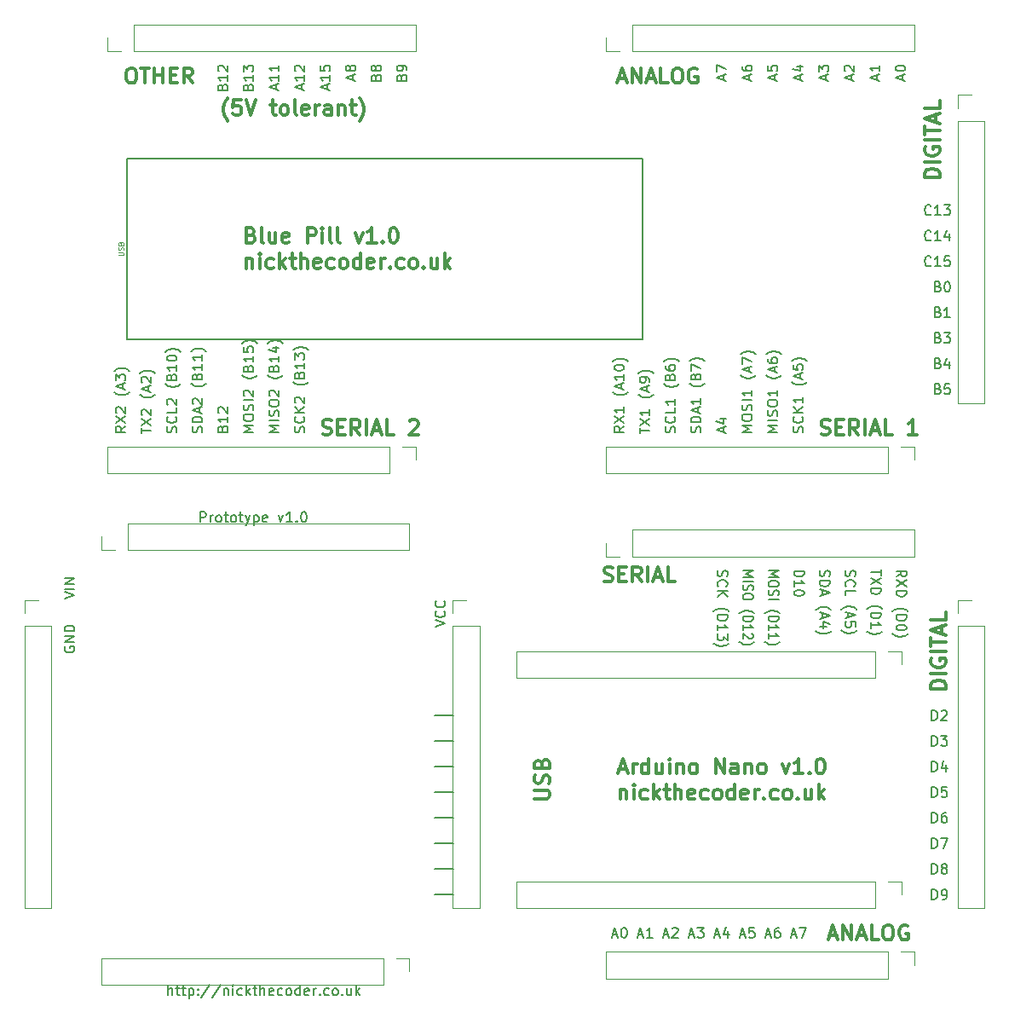
<source format=gbr>
G04 #@! TF.FileFunction,Legend,Top*
%FSLAX46Y46*%
G04 Gerber Fmt 4.6, Leading zero omitted, Abs format (unit mm)*
G04 Created by KiCad (PCBNEW 4.0.7+dfsg1-1~bpo9+1) date Wed May  2 15:24:50 2018*
%MOMM*%
%LPD*%
G01*
G04 APERTURE LIST*
%ADD10C,0.100000*%
%ADD11C,0.300000*%
%ADD12C,0.200000*%
%ADD13C,0.150000*%
%ADD14C,0.120000*%
%ADD15C,0.075000*%
G04 APERTURE END LIST*
D10*
D11*
X80459286Y-43160000D02*
X80387858Y-43088571D01*
X80245001Y-42874286D01*
X80173572Y-42731429D01*
X80102143Y-42517143D01*
X80030715Y-42160000D01*
X80030715Y-41874286D01*
X80102143Y-41517143D01*
X80173572Y-41302857D01*
X80245001Y-41160000D01*
X80387858Y-40945714D01*
X80459286Y-40874286D01*
X81745001Y-41088571D02*
X81030715Y-41088571D01*
X80959286Y-41802857D01*
X81030715Y-41731429D01*
X81173572Y-41660000D01*
X81530715Y-41660000D01*
X81673572Y-41731429D01*
X81745001Y-41802857D01*
X81816429Y-41945714D01*
X81816429Y-42302857D01*
X81745001Y-42445714D01*
X81673572Y-42517143D01*
X81530715Y-42588571D01*
X81173572Y-42588571D01*
X81030715Y-42517143D01*
X80959286Y-42445714D01*
X82245000Y-41088571D02*
X82745000Y-42588571D01*
X83245000Y-41088571D01*
X84673571Y-41588571D02*
X85245000Y-41588571D01*
X84887857Y-41088571D02*
X84887857Y-42374286D01*
X84959285Y-42517143D01*
X85102143Y-42588571D01*
X85245000Y-42588571D01*
X85959286Y-42588571D02*
X85816428Y-42517143D01*
X85745000Y-42445714D01*
X85673571Y-42302857D01*
X85673571Y-41874286D01*
X85745000Y-41731429D01*
X85816428Y-41660000D01*
X85959286Y-41588571D01*
X86173571Y-41588571D01*
X86316428Y-41660000D01*
X86387857Y-41731429D01*
X86459286Y-41874286D01*
X86459286Y-42302857D01*
X86387857Y-42445714D01*
X86316428Y-42517143D01*
X86173571Y-42588571D01*
X85959286Y-42588571D01*
X87316429Y-42588571D02*
X87173571Y-42517143D01*
X87102143Y-42374286D01*
X87102143Y-41088571D01*
X88459285Y-42517143D02*
X88316428Y-42588571D01*
X88030714Y-42588571D01*
X87887857Y-42517143D01*
X87816428Y-42374286D01*
X87816428Y-41802857D01*
X87887857Y-41660000D01*
X88030714Y-41588571D01*
X88316428Y-41588571D01*
X88459285Y-41660000D01*
X88530714Y-41802857D01*
X88530714Y-41945714D01*
X87816428Y-42088571D01*
X89173571Y-42588571D02*
X89173571Y-41588571D01*
X89173571Y-41874286D02*
X89244999Y-41731429D01*
X89316428Y-41660000D01*
X89459285Y-41588571D01*
X89602142Y-41588571D01*
X90744999Y-42588571D02*
X90744999Y-41802857D01*
X90673570Y-41660000D01*
X90530713Y-41588571D01*
X90244999Y-41588571D01*
X90102142Y-41660000D01*
X90744999Y-42517143D02*
X90602142Y-42588571D01*
X90244999Y-42588571D01*
X90102142Y-42517143D01*
X90030713Y-42374286D01*
X90030713Y-42231429D01*
X90102142Y-42088571D01*
X90244999Y-42017143D01*
X90602142Y-42017143D01*
X90744999Y-41945714D01*
X91459285Y-41588571D02*
X91459285Y-42588571D01*
X91459285Y-41731429D02*
X91530713Y-41660000D01*
X91673571Y-41588571D01*
X91887856Y-41588571D01*
X92030713Y-41660000D01*
X92102142Y-41802857D01*
X92102142Y-42588571D01*
X92602142Y-41588571D02*
X93173571Y-41588571D01*
X92816428Y-41088571D02*
X92816428Y-42374286D01*
X92887856Y-42517143D01*
X93030714Y-42588571D01*
X93173571Y-42588571D01*
X93530714Y-43160000D02*
X93602142Y-43088571D01*
X93744999Y-42874286D01*
X93816428Y-42731429D01*
X93887857Y-42517143D01*
X93959285Y-42160000D01*
X93959285Y-41874286D01*
X93887857Y-41517143D01*
X93816428Y-41302857D01*
X93744999Y-41160000D01*
X93602142Y-40945714D01*
X93530714Y-40874286D01*
D12*
X79938571Y-39798333D02*
X79986190Y-39655476D01*
X80033810Y-39607857D01*
X80129048Y-39560238D01*
X80271905Y-39560238D01*
X80367143Y-39607857D01*
X80414762Y-39655476D01*
X80462381Y-39750714D01*
X80462381Y-40131667D01*
X79462381Y-40131667D01*
X79462381Y-39798333D01*
X79510000Y-39703095D01*
X79557619Y-39655476D01*
X79652857Y-39607857D01*
X79748095Y-39607857D01*
X79843333Y-39655476D01*
X79890952Y-39703095D01*
X79938571Y-39798333D01*
X79938571Y-40131667D01*
X80462381Y-38607857D02*
X80462381Y-39179286D01*
X80462381Y-38893572D02*
X79462381Y-38893572D01*
X79605238Y-38988810D01*
X79700476Y-39084048D01*
X79748095Y-39179286D01*
X79557619Y-38226905D02*
X79510000Y-38179286D01*
X79462381Y-38084048D01*
X79462381Y-37845952D01*
X79510000Y-37750714D01*
X79557619Y-37703095D01*
X79652857Y-37655476D01*
X79748095Y-37655476D01*
X79890952Y-37703095D01*
X80462381Y-38274524D01*
X80462381Y-37655476D01*
X151019048Y-69778571D02*
X151161905Y-69826190D01*
X151209524Y-69873810D01*
X151257143Y-69969048D01*
X151257143Y-70111905D01*
X151209524Y-70207143D01*
X151161905Y-70254762D01*
X151066667Y-70302381D01*
X150685714Y-70302381D01*
X150685714Y-69302381D01*
X151019048Y-69302381D01*
X151114286Y-69350000D01*
X151161905Y-69397619D01*
X151209524Y-69492857D01*
X151209524Y-69588095D01*
X151161905Y-69683333D01*
X151114286Y-69730952D01*
X151019048Y-69778571D01*
X150685714Y-69778571D01*
X152161905Y-69302381D02*
X151685714Y-69302381D01*
X151638095Y-69778571D01*
X151685714Y-69730952D01*
X151780952Y-69683333D01*
X152019048Y-69683333D01*
X152114286Y-69730952D01*
X152161905Y-69778571D01*
X152209524Y-69873810D01*
X152209524Y-70111905D01*
X152161905Y-70207143D01*
X152114286Y-70254762D01*
X152019048Y-70302381D01*
X151780952Y-70302381D01*
X151685714Y-70254762D01*
X151638095Y-70207143D01*
X151019048Y-67238571D02*
X151161905Y-67286190D01*
X151209524Y-67333810D01*
X151257143Y-67429048D01*
X151257143Y-67571905D01*
X151209524Y-67667143D01*
X151161905Y-67714762D01*
X151066667Y-67762381D01*
X150685714Y-67762381D01*
X150685714Y-66762381D01*
X151019048Y-66762381D01*
X151114286Y-66810000D01*
X151161905Y-66857619D01*
X151209524Y-66952857D01*
X151209524Y-67048095D01*
X151161905Y-67143333D01*
X151114286Y-67190952D01*
X151019048Y-67238571D01*
X150685714Y-67238571D01*
X152114286Y-67095714D02*
X152114286Y-67762381D01*
X151876190Y-66714762D02*
X151638095Y-67429048D01*
X152257143Y-67429048D01*
X147486667Y-39084048D02*
X147486667Y-38607857D01*
X147772381Y-39179286D02*
X146772381Y-38845953D01*
X147772381Y-38512619D01*
X146772381Y-37988810D02*
X146772381Y-37893571D01*
X146820000Y-37798333D01*
X146867619Y-37750714D01*
X146962857Y-37703095D01*
X147153333Y-37655476D01*
X147391429Y-37655476D01*
X147581905Y-37703095D01*
X147677143Y-37750714D01*
X147724762Y-37798333D01*
X147772381Y-37893571D01*
X147772381Y-37988810D01*
X147724762Y-38084048D01*
X147677143Y-38131667D01*
X147581905Y-38179286D01*
X147391429Y-38226905D01*
X147153333Y-38226905D01*
X146962857Y-38179286D01*
X146867619Y-38131667D01*
X146820000Y-38084048D01*
X146772381Y-37988810D01*
X144946667Y-39084048D02*
X144946667Y-38607857D01*
X145232381Y-39179286D02*
X144232381Y-38845953D01*
X145232381Y-38512619D01*
X145232381Y-37655476D02*
X145232381Y-38226905D01*
X145232381Y-37941191D02*
X144232381Y-37941191D01*
X144375238Y-38036429D01*
X144470476Y-38131667D01*
X144518095Y-38226905D01*
X142406667Y-39084048D02*
X142406667Y-38607857D01*
X142692381Y-39179286D02*
X141692381Y-38845953D01*
X142692381Y-38512619D01*
X141787619Y-38226905D02*
X141740000Y-38179286D01*
X141692381Y-38084048D01*
X141692381Y-37845952D01*
X141740000Y-37750714D01*
X141787619Y-37703095D01*
X141882857Y-37655476D01*
X141978095Y-37655476D01*
X142120952Y-37703095D01*
X142692381Y-38274524D01*
X142692381Y-37655476D01*
X139866667Y-39084048D02*
X139866667Y-38607857D01*
X140152381Y-39179286D02*
X139152381Y-38845953D01*
X140152381Y-38512619D01*
X139152381Y-38274524D02*
X139152381Y-37655476D01*
X139533333Y-37988810D01*
X139533333Y-37845952D01*
X139580952Y-37750714D01*
X139628571Y-37703095D01*
X139723810Y-37655476D01*
X139961905Y-37655476D01*
X140057143Y-37703095D01*
X140104762Y-37750714D01*
X140152381Y-37845952D01*
X140152381Y-38131667D01*
X140104762Y-38226905D01*
X140057143Y-38274524D01*
X137326667Y-39084048D02*
X137326667Y-38607857D01*
X137612381Y-39179286D02*
X136612381Y-38845953D01*
X137612381Y-38512619D01*
X136945714Y-37750714D02*
X137612381Y-37750714D01*
X136564762Y-37988810D02*
X137279048Y-38226905D01*
X137279048Y-37607857D01*
X134786667Y-39084048D02*
X134786667Y-38607857D01*
X135072381Y-39179286D02*
X134072381Y-38845953D01*
X135072381Y-38512619D01*
X134072381Y-37703095D02*
X134072381Y-38179286D01*
X134548571Y-38226905D01*
X134500952Y-38179286D01*
X134453333Y-38084048D01*
X134453333Y-37845952D01*
X134500952Y-37750714D01*
X134548571Y-37703095D01*
X134643810Y-37655476D01*
X134881905Y-37655476D01*
X134977143Y-37703095D01*
X135024762Y-37750714D01*
X135072381Y-37845952D01*
X135072381Y-38084048D01*
X135024762Y-38179286D01*
X134977143Y-38226905D01*
X132246667Y-39084048D02*
X132246667Y-38607857D01*
X132532381Y-39179286D02*
X131532381Y-38845953D01*
X132532381Y-38512619D01*
X131532381Y-37750714D02*
X131532381Y-37941191D01*
X131580000Y-38036429D01*
X131627619Y-38084048D01*
X131770476Y-38179286D01*
X131960952Y-38226905D01*
X132341905Y-38226905D01*
X132437143Y-38179286D01*
X132484762Y-38131667D01*
X132532381Y-38036429D01*
X132532381Y-37845952D01*
X132484762Y-37750714D01*
X132437143Y-37703095D01*
X132341905Y-37655476D01*
X132103810Y-37655476D01*
X132008571Y-37703095D01*
X131960952Y-37750714D01*
X131913333Y-37845952D01*
X131913333Y-38036429D01*
X131960952Y-38131667D01*
X132008571Y-38179286D01*
X132103810Y-38226905D01*
X129706667Y-39084048D02*
X129706667Y-38607857D01*
X129992381Y-39179286D02*
X128992381Y-38845953D01*
X129992381Y-38512619D01*
X128992381Y-38274524D02*
X128992381Y-37607857D01*
X129992381Y-38036429D01*
X82478571Y-39798333D02*
X82526190Y-39655476D01*
X82573810Y-39607857D01*
X82669048Y-39560238D01*
X82811905Y-39560238D01*
X82907143Y-39607857D01*
X82954762Y-39655476D01*
X83002381Y-39750714D01*
X83002381Y-40131667D01*
X82002381Y-40131667D01*
X82002381Y-39798333D01*
X82050000Y-39703095D01*
X82097619Y-39655476D01*
X82192857Y-39607857D01*
X82288095Y-39607857D01*
X82383333Y-39655476D01*
X82430952Y-39703095D01*
X82478571Y-39798333D01*
X82478571Y-40131667D01*
X83002381Y-38607857D02*
X83002381Y-39179286D01*
X83002381Y-38893572D02*
X82002381Y-38893572D01*
X82145238Y-38988810D01*
X82240476Y-39084048D01*
X82288095Y-39179286D01*
X82002381Y-38274524D02*
X82002381Y-37655476D01*
X82383333Y-37988810D01*
X82383333Y-37845952D01*
X82430952Y-37750714D01*
X82478571Y-37703095D01*
X82573810Y-37655476D01*
X82811905Y-37655476D01*
X82907143Y-37703095D01*
X82954762Y-37750714D01*
X83002381Y-37845952D01*
X83002381Y-38131667D01*
X82954762Y-38226905D01*
X82907143Y-38274524D01*
X97718571Y-38845952D02*
X97766190Y-38703095D01*
X97813810Y-38655476D01*
X97909048Y-38607857D01*
X98051905Y-38607857D01*
X98147143Y-38655476D01*
X98194762Y-38703095D01*
X98242381Y-38798333D01*
X98242381Y-39179286D01*
X97242381Y-39179286D01*
X97242381Y-38845952D01*
X97290000Y-38750714D01*
X97337619Y-38703095D01*
X97432857Y-38655476D01*
X97528095Y-38655476D01*
X97623333Y-38703095D01*
X97670952Y-38750714D01*
X97718571Y-38845952D01*
X97718571Y-39179286D01*
X98242381Y-38131667D02*
X98242381Y-37941191D01*
X98194762Y-37845952D01*
X98147143Y-37798333D01*
X98004286Y-37703095D01*
X97813810Y-37655476D01*
X97432857Y-37655476D01*
X97337619Y-37703095D01*
X97290000Y-37750714D01*
X97242381Y-37845952D01*
X97242381Y-38036429D01*
X97290000Y-38131667D01*
X97337619Y-38179286D01*
X97432857Y-38226905D01*
X97670952Y-38226905D01*
X97766190Y-38179286D01*
X97813810Y-38131667D01*
X97861429Y-38036429D01*
X97861429Y-37845952D01*
X97813810Y-37750714D01*
X97766190Y-37703095D01*
X97670952Y-37655476D01*
X95178571Y-38845952D02*
X95226190Y-38703095D01*
X95273810Y-38655476D01*
X95369048Y-38607857D01*
X95511905Y-38607857D01*
X95607143Y-38655476D01*
X95654762Y-38703095D01*
X95702381Y-38798333D01*
X95702381Y-39179286D01*
X94702381Y-39179286D01*
X94702381Y-38845952D01*
X94750000Y-38750714D01*
X94797619Y-38703095D01*
X94892857Y-38655476D01*
X94988095Y-38655476D01*
X95083333Y-38703095D01*
X95130952Y-38750714D01*
X95178571Y-38845952D01*
X95178571Y-39179286D01*
X95130952Y-38036429D02*
X95083333Y-38131667D01*
X95035714Y-38179286D01*
X94940476Y-38226905D01*
X94892857Y-38226905D01*
X94797619Y-38179286D01*
X94750000Y-38131667D01*
X94702381Y-38036429D01*
X94702381Y-37845952D01*
X94750000Y-37750714D01*
X94797619Y-37703095D01*
X94892857Y-37655476D01*
X94940476Y-37655476D01*
X95035714Y-37703095D01*
X95083333Y-37750714D01*
X95130952Y-37845952D01*
X95130952Y-38036429D01*
X95178571Y-38131667D01*
X95226190Y-38179286D01*
X95321429Y-38226905D01*
X95511905Y-38226905D01*
X95607143Y-38179286D01*
X95654762Y-38131667D01*
X95702381Y-38036429D01*
X95702381Y-37845952D01*
X95654762Y-37750714D01*
X95607143Y-37703095D01*
X95511905Y-37655476D01*
X95321429Y-37655476D01*
X95226190Y-37703095D01*
X95178571Y-37750714D01*
X95130952Y-37845952D01*
X92876667Y-39084048D02*
X92876667Y-38607857D01*
X93162381Y-39179286D02*
X92162381Y-38845953D01*
X93162381Y-38512619D01*
X92590952Y-38036429D02*
X92543333Y-38131667D01*
X92495714Y-38179286D01*
X92400476Y-38226905D01*
X92352857Y-38226905D01*
X92257619Y-38179286D01*
X92210000Y-38131667D01*
X92162381Y-38036429D01*
X92162381Y-37845952D01*
X92210000Y-37750714D01*
X92257619Y-37703095D01*
X92352857Y-37655476D01*
X92400476Y-37655476D01*
X92495714Y-37703095D01*
X92543333Y-37750714D01*
X92590952Y-37845952D01*
X92590952Y-38036429D01*
X92638571Y-38131667D01*
X92686190Y-38179286D01*
X92781429Y-38226905D01*
X92971905Y-38226905D01*
X93067143Y-38179286D01*
X93114762Y-38131667D01*
X93162381Y-38036429D01*
X93162381Y-37845952D01*
X93114762Y-37750714D01*
X93067143Y-37703095D01*
X92971905Y-37655476D01*
X92781429Y-37655476D01*
X92686190Y-37703095D01*
X92638571Y-37750714D01*
X92590952Y-37845952D01*
X90336667Y-40036429D02*
X90336667Y-39560238D01*
X90622381Y-40131667D02*
X89622381Y-39798334D01*
X90622381Y-39465000D01*
X90622381Y-38607857D02*
X90622381Y-39179286D01*
X90622381Y-38893572D02*
X89622381Y-38893572D01*
X89765238Y-38988810D01*
X89860476Y-39084048D01*
X89908095Y-39179286D01*
X89622381Y-37703095D02*
X89622381Y-38179286D01*
X90098571Y-38226905D01*
X90050952Y-38179286D01*
X90003333Y-38084048D01*
X90003333Y-37845952D01*
X90050952Y-37750714D01*
X90098571Y-37703095D01*
X90193810Y-37655476D01*
X90431905Y-37655476D01*
X90527143Y-37703095D01*
X90574762Y-37750714D01*
X90622381Y-37845952D01*
X90622381Y-38084048D01*
X90574762Y-38179286D01*
X90527143Y-38226905D01*
X87796667Y-40036429D02*
X87796667Y-39560238D01*
X88082381Y-40131667D02*
X87082381Y-39798334D01*
X88082381Y-39465000D01*
X88082381Y-38607857D02*
X88082381Y-39179286D01*
X88082381Y-38893572D02*
X87082381Y-38893572D01*
X87225238Y-38988810D01*
X87320476Y-39084048D01*
X87368095Y-39179286D01*
X87177619Y-38226905D02*
X87130000Y-38179286D01*
X87082381Y-38084048D01*
X87082381Y-37845952D01*
X87130000Y-37750714D01*
X87177619Y-37703095D01*
X87272857Y-37655476D01*
X87368095Y-37655476D01*
X87510952Y-37703095D01*
X88082381Y-38274524D01*
X88082381Y-37655476D01*
X85256667Y-40036429D02*
X85256667Y-39560238D01*
X85542381Y-40131667D02*
X84542381Y-39798334D01*
X85542381Y-39465000D01*
X85542381Y-38607857D02*
X85542381Y-39179286D01*
X85542381Y-38893572D02*
X84542381Y-38893572D01*
X84685238Y-38988810D01*
X84780476Y-39084048D01*
X84828095Y-39179286D01*
X85542381Y-37655476D02*
X85542381Y-38226905D01*
X85542381Y-37941191D02*
X84542381Y-37941191D01*
X84685238Y-38036429D01*
X84780476Y-38131667D01*
X84828095Y-38226905D01*
X88034762Y-74104524D02*
X88082381Y-73961667D01*
X88082381Y-73723571D01*
X88034762Y-73628333D01*
X87987143Y-73580714D01*
X87891905Y-73533095D01*
X87796667Y-73533095D01*
X87701429Y-73580714D01*
X87653810Y-73628333D01*
X87606190Y-73723571D01*
X87558571Y-73914048D01*
X87510952Y-74009286D01*
X87463333Y-74056905D01*
X87368095Y-74104524D01*
X87272857Y-74104524D01*
X87177619Y-74056905D01*
X87130000Y-74009286D01*
X87082381Y-73914048D01*
X87082381Y-73675952D01*
X87130000Y-73533095D01*
X87987143Y-72533095D02*
X88034762Y-72580714D01*
X88082381Y-72723571D01*
X88082381Y-72818809D01*
X88034762Y-72961667D01*
X87939524Y-73056905D01*
X87844286Y-73104524D01*
X87653810Y-73152143D01*
X87510952Y-73152143D01*
X87320476Y-73104524D01*
X87225238Y-73056905D01*
X87130000Y-72961667D01*
X87082381Y-72818809D01*
X87082381Y-72723571D01*
X87130000Y-72580714D01*
X87177619Y-72533095D01*
X88082381Y-72104524D02*
X87082381Y-72104524D01*
X88082381Y-71533095D02*
X87510952Y-71961667D01*
X87082381Y-71533095D02*
X87653810Y-72104524D01*
X87177619Y-71152143D02*
X87130000Y-71104524D01*
X87082381Y-71009286D01*
X87082381Y-70771190D01*
X87130000Y-70675952D01*
X87177619Y-70628333D01*
X87272857Y-70580714D01*
X87368095Y-70580714D01*
X87510952Y-70628333D01*
X88082381Y-71199762D01*
X88082381Y-70580714D01*
X88463333Y-69104523D02*
X88415714Y-69152143D01*
X88272857Y-69247381D01*
X88177619Y-69295000D01*
X88034762Y-69342619D01*
X87796667Y-69390238D01*
X87606190Y-69390238D01*
X87368095Y-69342619D01*
X87225238Y-69295000D01*
X87130000Y-69247381D01*
X86987143Y-69152143D01*
X86939524Y-69104523D01*
X87558571Y-68390237D02*
X87606190Y-68247380D01*
X87653810Y-68199761D01*
X87749048Y-68152142D01*
X87891905Y-68152142D01*
X87987143Y-68199761D01*
X88034762Y-68247380D01*
X88082381Y-68342618D01*
X88082381Y-68723571D01*
X87082381Y-68723571D01*
X87082381Y-68390237D01*
X87130000Y-68294999D01*
X87177619Y-68247380D01*
X87272857Y-68199761D01*
X87368095Y-68199761D01*
X87463333Y-68247380D01*
X87510952Y-68294999D01*
X87558571Y-68390237D01*
X87558571Y-68723571D01*
X88082381Y-67199761D02*
X88082381Y-67771190D01*
X88082381Y-67485476D02*
X87082381Y-67485476D01*
X87225238Y-67580714D01*
X87320476Y-67675952D01*
X87368095Y-67771190D01*
X87082381Y-66866428D02*
X87082381Y-66247380D01*
X87463333Y-66580714D01*
X87463333Y-66437856D01*
X87510952Y-66342618D01*
X87558571Y-66294999D01*
X87653810Y-66247380D01*
X87891905Y-66247380D01*
X87987143Y-66294999D01*
X88034762Y-66342618D01*
X88082381Y-66437856D01*
X88082381Y-66723571D01*
X88034762Y-66818809D01*
X87987143Y-66866428D01*
X88463333Y-65914047D02*
X88415714Y-65866428D01*
X88272857Y-65771190D01*
X88177619Y-65723571D01*
X88034762Y-65675952D01*
X87796667Y-65628333D01*
X87606190Y-65628333D01*
X87368095Y-65675952D01*
X87225238Y-65723571D01*
X87130000Y-65771190D01*
X86987143Y-65866428D01*
X86939524Y-65914047D01*
X85542381Y-74056905D02*
X84542381Y-74056905D01*
X85256667Y-73723571D01*
X84542381Y-73390238D01*
X85542381Y-73390238D01*
X85542381Y-72914048D02*
X84542381Y-72914048D01*
X85494762Y-72485477D02*
X85542381Y-72342620D01*
X85542381Y-72104524D01*
X85494762Y-72009286D01*
X85447143Y-71961667D01*
X85351905Y-71914048D01*
X85256667Y-71914048D01*
X85161429Y-71961667D01*
X85113810Y-72009286D01*
X85066190Y-72104524D01*
X85018571Y-72295001D01*
X84970952Y-72390239D01*
X84923333Y-72437858D01*
X84828095Y-72485477D01*
X84732857Y-72485477D01*
X84637619Y-72437858D01*
X84590000Y-72390239D01*
X84542381Y-72295001D01*
X84542381Y-72056905D01*
X84590000Y-71914048D01*
X84542381Y-71295001D02*
X84542381Y-71104524D01*
X84590000Y-71009286D01*
X84685238Y-70914048D01*
X84875714Y-70866429D01*
X85209048Y-70866429D01*
X85399524Y-70914048D01*
X85494762Y-71009286D01*
X85542381Y-71104524D01*
X85542381Y-71295001D01*
X85494762Y-71390239D01*
X85399524Y-71485477D01*
X85209048Y-71533096D01*
X84875714Y-71533096D01*
X84685238Y-71485477D01*
X84590000Y-71390239D01*
X84542381Y-71295001D01*
X84637619Y-70485477D02*
X84590000Y-70437858D01*
X84542381Y-70342620D01*
X84542381Y-70104524D01*
X84590000Y-70009286D01*
X84637619Y-69961667D01*
X84732857Y-69914048D01*
X84828095Y-69914048D01*
X84970952Y-69961667D01*
X85542381Y-70533096D01*
X85542381Y-69914048D01*
X85923333Y-68437857D02*
X85875714Y-68485477D01*
X85732857Y-68580715D01*
X85637619Y-68628334D01*
X85494762Y-68675953D01*
X85256667Y-68723572D01*
X85066190Y-68723572D01*
X84828095Y-68675953D01*
X84685238Y-68628334D01*
X84590000Y-68580715D01*
X84447143Y-68485477D01*
X84399524Y-68437857D01*
X85018571Y-67723571D02*
X85066190Y-67580714D01*
X85113810Y-67533095D01*
X85209048Y-67485476D01*
X85351905Y-67485476D01*
X85447143Y-67533095D01*
X85494762Y-67580714D01*
X85542381Y-67675952D01*
X85542381Y-68056905D01*
X84542381Y-68056905D01*
X84542381Y-67723571D01*
X84590000Y-67628333D01*
X84637619Y-67580714D01*
X84732857Y-67533095D01*
X84828095Y-67533095D01*
X84923333Y-67580714D01*
X84970952Y-67628333D01*
X85018571Y-67723571D01*
X85018571Y-68056905D01*
X85542381Y-66533095D02*
X85542381Y-67104524D01*
X85542381Y-66818810D02*
X84542381Y-66818810D01*
X84685238Y-66914048D01*
X84780476Y-67009286D01*
X84828095Y-67104524D01*
X84875714Y-65675952D02*
X85542381Y-65675952D01*
X84494762Y-65914048D02*
X85209048Y-66152143D01*
X85209048Y-65533095D01*
X85923333Y-65247381D02*
X85875714Y-65199762D01*
X85732857Y-65104524D01*
X85637619Y-65056905D01*
X85494762Y-65009286D01*
X85256667Y-64961667D01*
X85066190Y-64961667D01*
X84828095Y-65009286D01*
X84685238Y-65056905D01*
X84590000Y-65104524D01*
X84447143Y-65199762D01*
X84399524Y-65247381D01*
X83002381Y-74056905D02*
X82002381Y-74056905D01*
X82716667Y-73723571D01*
X82002381Y-73390238D01*
X83002381Y-73390238D01*
X82002381Y-72723572D02*
X82002381Y-72533095D01*
X82050000Y-72437857D01*
X82145238Y-72342619D01*
X82335714Y-72295000D01*
X82669048Y-72295000D01*
X82859524Y-72342619D01*
X82954762Y-72437857D01*
X83002381Y-72533095D01*
X83002381Y-72723572D01*
X82954762Y-72818810D01*
X82859524Y-72914048D01*
X82669048Y-72961667D01*
X82335714Y-72961667D01*
X82145238Y-72914048D01*
X82050000Y-72818810D01*
X82002381Y-72723572D01*
X82954762Y-71914048D02*
X83002381Y-71771191D01*
X83002381Y-71533095D01*
X82954762Y-71437857D01*
X82907143Y-71390238D01*
X82811905Y-71342619D01*
X82716667Y-71342619D01*
X82621429Y-71390238D01*
X82573810Y-71437857D01*
X82526190Y-71533095D01*
X82478571Y-71723572D01*
X82430952Y-71818810D01*
X82383333Y-71866429D01*
X82288095Y-71914048D01*
X82192857Y-71914048D01*
X82097619Y-71866429D01*
X82050000Y-71818810D01*
X82002381Y-71723572D01*
X82002381Y-71485476D01*
X82050000Y-71342619D01*
X83002381Y-70914048D02*
X82002381Y-70914048D01*
X82097619Y-70485477D02*
X82050000Y-70437858D01*
X82002381Y-70342620D01*
X82002381Y-70104524D01*
X82050000Y-70009286D01*
X82097619Y-69961667D01*
X82192857Y-69914048D01*
X82288095Y-69914048D01*
X82430952Y-69961667D01*
X83002381Y-70533096D01*
X83002381Y-69914048D01*
X83383333Y-68437857D02*
X83335714Y-68485477D01*
X83192857Y-68580715D01*
X83097619Y-68628334D01*
X82954762Y-68675953D01*
X82716667Y-68723572D01*
X82526190Y-68723572D01*
X82288095Y-68675953D01*
X82145238Y-68628334D01*
X82050000Y-68580715D01*
X81907143Y-68485477D01*
X81859524Y-68437857D01*
X82478571Y-67723571D02*
X82526190Y-67580714D01*
X82573810Y-67533095D01*
X82669048Y-67485476D01*
X82811905Y-67485476D01*
X82907143Y-67533095D01*
X82954762Y-67580714D01*
X83002381Y-67675952D01*
X83002381Y-68056905D01*
X82002381Y-68056905D01*
X82002381Y-67723571D01*
X82050000Y-67628333D01*
X82097619Y-67580714D01*
X82192857Y-67533095D01*
X82288095Y-67533095D01*
X82383333Y-67580714D01*
X82430952Y-67628333D01*
X82478571Y-67723571D01*
X82478571Y-68056905D01*
X83002381Y-66533095D02*
X83002381Y-67104524D01*
X83002381Y-66818810D02*
X82002381Y-66818810D01*
X82145238Y-66914048D01*
X82240476Y-67009286D01*
X82288095Y-67104524D01*
X82002381Y-65628333D02*
X82002381Y-66104524D01*
X82478571Y-66152143D01*
X82430952Y-66104524D01*
X82383333Y-66009286D01*
X82383333Y-65771190D01*
X82430952Y-65675952D01*
X82478571Y-65628333D01*
X82573810Y-65580714D01*
X82811905Y-65580714D01*
X82907143Y-65628333D01*
X82954762Y-65675952D01*
X83002381Y-65771190D01*
X83002381Y-66009286D01*
X82954762Y-66104524D01*
X82907143Y-66152143D01*
X83383333Y-65247381D02*
X83335714Y-65199762D01*
X83192857Y-65104524D01*
X83097619Y-65056905D01*
X82954762Y-65009286D01*
X82716667Y-64961667D01*
X82526190Y-64961667D01*
X82288095Y-65009286D01*
X82145238Y-65056905D01*
X82050000Y-65104524D01*
X81907143Y-65199762D01*
X81859524Y-65247381D01*
X79938571Y-73723571D02*
X79986190Y-73580714D01*
X80033810Y-73533095D01*
X80129048Y-73485476D01*
X80271905Y-73485476D01*
X80367143Y-73533095D01*
X80414762Y-73580714D01*
X80462381Y-73675952D01*
X80462381Y-74056905D01*
X79462381Y-74056905D01*
X79462381Y-73723571D01*
X79510000Y-73628333D01*
X79557619Y-73580714D01*
X79652857Y-73533095D01*
X79748095Y-73533095D01*
X79843333Y-73580714D01*
X79890952Y-73628333D01*
X79938571Y-73723571D01*
X79938571Y-74056905D01*
X80462381Y-72533095D02*
X80462381Y-73104524D01*
X80462381Y-72818810D02*
X79462381Y-72818810D01*
X79605238Y-72914048D01*
X79700476Y-73009286D01*
X79748095Y-73104524D01*
X79557619Y-72152143D02*
X79510000Y-72104524D01*
X79462381Y-72009286D01*
X79462381Y-71771190D01*
X79510000Y-71675952D01*
X79557619Y-71628333D01*
X79652857Y-71580714D01*
X79748095Y-71580714D01*
X79890952Y-71628333D01*
X80462381Y-72199762D01*
X80462381Y-71580714D01*
X77874762Y-74104524D02*
X77922381Y-73961667D01*
X77922381Y-73723571D01*
X77874762Y-73628333D01*
X77827143Y-73580714D01*
X77731905Y-73533095D01*
X77636667Y-73533095D01*
X77541429Y-73580714D01*
X77493810Y-73628333D01*
X77446190Y-73723571D01*
X77398571Y-73914048D01*
X77350952Y-74009286D01*
X77303333Y-74056905D01*
X77208095Y-74104524D01*
X77112857Y-74104524D01*
X77017619Y-74056905D01*
X76970000Y-74009286D01*
X76922381Y-73914048D01*
X76922381Y-73675952D01*
X76970000Y-73533095D01*
X77922381Y-73104524D02*
X76922381Y-73104524D01*
X76922381Y-72866429D01*
X76970000Y-72723571D01*
X77065238Y-72628333D01*
X77160476Y-72580714D01*
X77350952Y-72533095D01*
X77493810Y-72533095D01*
X77684286Y-72580714D01*
X77779524Y-72628333D01*
X77874762Y-72723571D01*
X77922381Y-72866429D01*
X77922381Y-73104524D01*
X77636667Y-72152143D02*
X77636667Y-71675952D01*
X77922381Y-72247381D02*
X76922381Y-71914048D01*
X77922381Y-71580714D01*
X77017619Y-71295000D02*
X76970000Y-71247381D01*
X76922381Y-71152143D01*
X76922381Y-70914047D01*
X76970000Y-70818809D01*
X77017619Y-70771190D01*
X77112857Y-70723571D01*
X77208095Y-70723571D01*
X77350952Y-70771190D01*
X77922381Y-71342619D01*
X77922381Y-70723571D01*
X78303333Y-69247380D02*
X78255714Y-69295000D01*
X78112857Y-69390238D01*
X78017619Y-69437857D01*
X77874762Y-69485476D01*
X77636667Y-69533095D01*
X77446190Y-69533095D01*
X77208095Y-69485476D01*
X77065238Y-69437857D01*
X76970000Y-69390238D01*
X76827143Y-69295000D01*
X76779524Y-69247380D01*
X77398571Y-68533094D02*
X77446190Y-68390237D01*
X77493810Y-68342618D01*
X77589048Y-68294999D01*
X77731905Y-68294999D01*
X77827143Y-68342618D01*
X77874762Y-68390237D01*
X77922381Y-68485475D01*
X77922381Y-68866428D01*
X76922381Y-68866428D01*
X76922381Y-68533094D01*
X76970000Y-68437856D01*
X77017619Y-68390237D01*
X77112857Y-68342618D01*
X77208095Y-68342618D01*
X77303333Y-68390237D01*
X77350952Y-68437856D01*
X77398571Y-68533094D01*
X77398571Y-68866428D01*
X77922381Y-67342618D02*
X77922381Y-67914047D01*
X77922381Y-67628333D02*
X76922381Y-67628333D01*
X77065238Y-67723571D01*
X77160476Y-67818809D01*
X77208095Y-67914047D01*
X77922381Y-66390237D02*
X77922381Y-66961666D01*
X77922381Y-66675952D02*
X76922381Y-66675952D01*
X77065238Y-66771190D01*
X77160476Y-66866428D01*
X77208095Y-66961666D01*
X78303333Y-66056904D02*
X78255714Y-66009285D01*
X78112857Y-65914047D01*
X78017619Y-65866428D01*
X77874762Y-65818809D01*
X77636667Y-65771190D01*
X77446190Y-65771190D01*
X77208095Y-65818809D01*
X77065238Y-65866428D01*
X76970000Y-65914047D01*
X76827143Y-66009285D01*
X76779524Y-66056904D01*
X75334762Y-74104524D02*
X75382381Y-73961667D01*
X75382381Y-73723571D01*
X75334762Y-73628333D01*
X75287143Y-73580714D01*
X75191905Y-73533095D01*
X75096667Y-73533095D01*
X75001429Y-73580714D01*
X74953810Y-73628333D01*
X74906190Y-73723571D01*
X74858571Y-73914048D01*
X74810952Y-74009286D01*
X74763333Y-74056905D01*
X74668095Y-74104524D01*
X74572857Y-74104524D01*
X74477619Y-74056905D01*
X74430000Y-74009286D01*
X74382381Y-73914048D01*
X74382381Y-73675952D01*
X74430000Y-73533095D01*
X75287143Y-72533095D02*
X75334762Y-72580714D01*
X75382381Y-72723571D01*
X75382381Y-72818809D01*
X75334762Y-72961667D01*
X75239524Y-73056905D01*
X75144286Y-73104524D01*
X74953810Y-73152143D01*
X74810952Y-73152143D01*
X74620476Y-73104524D01*
X74525238Y-73056905D01*
X74430000Y-72961667D01*
X74382381Y-72818809D01*
X74382381Y-72723571D01*
X74430000Y-72580714D01*
X74477619Y-72533095D01*
X75382381Y-71628333D02*
X75382381Y-72104524D01*
X74382381Y-72104524D01*
X74477619Y-71342619D02*
X74430000Y-71295000D01*
X74382381Y-71199762D01*
X74382381Y-70961666D01*
X74430000Y-70866428D01*
X74477619Y-70818809D01*
X74572857Y-70771190D01*
X74668095Y-70771190D01*
X74810952Y-70818809D01*
X75382381Y-71390238D01*
X75382381Y-70771190D01*
X75763333Y-69294999D02*
X75715714Y-69342619D01*
X75572857Y-69437857D01*
X75477619Y-69485476D01*
X75334762Y-69533095D01*
X75096667Y-69580714D01*
X74906190Y-69580714D01*
X74668095Y-69533095D01*
X74525238Y-69485476D01*
X74430000Y-69437857D01*
X74287143Y-69342619D01*
X74239524Y-69294999D01*
X74858571Y-68580713D02*
X74906190Y-68437856D01*
X74953810Y-68390237D01*
X75049048Y-68342618D01*
X75191905Y-68342618D01*
X75287143Y-68390237D01*
X75334762Y-68437856D01*
X75382381Y-68533094D01*
X75382381Y-68914047D01*
X74382381Y-68914047D01*
X74382381Y-68580713D01*
X74430000Y-68485475D01*
X74477619Y-68437856D01*
X74572857Y-68390237D01*
X74668095Y-68390237D01*
X74763333Y-68437856D01*
X74810952Y-68485475D01*
X74858571Y-68580713D01*
X74858571Y-68914047D01*
X75382381Y-67390237D02*
X75382381Y-67961666D01*
X75382381Y-67675952D02*
X74382381Y-67675952D01*
X74525238Y-67771190D01*
X74620476Y-67866428D01*
X74668095Y-67961666D01*
X74382381Y-66771190D02*
X74382381Y-66675951D01*
X74430000Y-66580713D01*
X74477619Y-66533094D01*
X74572857Y-66485475D01*
X74763333Y-66437856D01*
X75001429Y-66437856D01*
X75191905Y-66485475D01*
X75287143Y-66533094D01*
X75334762Y-66580713D01*
X75382381Y-66675951D01*
X75382381Y-66771190D01*
X75334762Y-66866428D01*
X75287143Y-66914047D01*
X75191905Y-66961666D01*
X75001429Y-67009285D01*
X74763333Y-67009285D01*
X74572857Y-66961666D01*
X74477619Y-66914047D01*
X74430000Y-66866428D01*
X74382381Y-66771190D01*
X75763333Y-66104523D02*
X75715714Y-66056904D01*
X75572857Y-65961666D01*
X75477619Y-65914047D01*
X75334762Y-65866428D01*
X75096667Y-65818809D01*
X74906190Y-65818809D01*
X74668095Y-65866428D01*
X74525238Y-65914047D01*
X74430000Y-65961666D01*
X74287143Y-66056904D01*
X74239524Y-66104523D01*
X71842381Y-74199762D02*
X71842381Y-73628333D01*
X72842381Y-73914048D02*
X71842381Y-73914048D01*
X71842381Y-73390238D02*
X72842381Y-72723571D01*
X71842381Y-72723571D02*
X72842381Y-73390238D01*
X71937619Y-72390238D02*
X71890000Y-72342619D01*
X71842381Y-72247381D01*
X71842381Y-72009285D01*
X71890000Y-71914047D01*
X71937619Y-71866428D01*
X72032857Y-71818809D01*
X72128095Y-71818809D01*
X72270952Y-71866428D01*
X72842381Y-72437857D01*
X72842381Y-71818809D01*
X73223333Y-70342618D02*
X73175714Y-70390238D01*
X73032857Y-70485476D01*
X72937619Y-70533095D01*
X72794762Y-70580714D01*
X72556667Y-70628333D01*
X72366190Y-70628333D01*
X72128095Y-70580714D01*
X71985238Y-70533095D01*
X71890000Y-70485476D01*
X71747143Y-70390238D01*
X71699524Y-70342618D01*
X72556667Y-70009285D02*
X72556667Y-69533094D01*
X72842381Y-70104523D02*
X71842381Y-69771190D01*
X72842381Y-69437856D01*
X71937619Y-69152142D02*
X71890000Y-69104523D01*
X71842381Y-69009285D01*
X71842381Y-68771189D01*
X71890000Y-68675951D01*
X71937619Y-68628332D01*
X72032857Y-68580713D01*
X72128095Y-68580713D01*
X72270952Y-68628332D01*
X72842381Y-69199761D01*
X72842381Y-68580713D01*
X73223333Y-68247380D02*
X73175714Y-68199761D01*
X73032857Y-68104523D01*
X72937619Y-68056904D01*
X72794762Y-68009285D01*
X72556667Y-67961666D01*
X72366190Y-67961666D01*
X72128095Y-68009285D01*
X71985238Y-68056904D01*
X71890000Y-68104523D01*
X71747143Y-68199761D01*
X71699524Y-68247380D01*
X70302381Y-73485476D02*
X69826190Y-73818810D01*
X70302381Y-74056905D02*
X69302381Y-74056905D01*
X69302381Y-73675952D01*
X69350000Y-73580714D01*
X69397619Y-73533095D01*
X69492857Y-73485476D01*
X69635714Y-73485476D01*
X69730952Y-73533095D01*
X69778571Y-73580714D01*
X69826190Y-73675952D01*
X69826190Y-74056905D01*
X69302381Y-73152143D02*
X70302381Y-72485476D01*
X69302381Y-72485476D02*
X70302381Y-73152143D01*
X69397619Y-72152143D02*
X69350000Y-72104524D01*
X69302381Y-72009286D01*
X69302381Y-71771190D01*
X69350000Y-71675952D01*
X69397619Y-71628333D01*
X69492857Y-71580714D01*
X69588095Y-71580714D01*
X69730952Y-71628333D01*
X70302381Y-72199762D01*
X70302381Y-71580714D01*
X70683333Y-70104523D02*
X70635714Y-70152143D01*
X70492857Y-70247381D01*
X70397619Y-70295000D01*
X70254762Y-70342619D01*
X70016667Y-70390238D01*
X69826190Y-70390238D01*
X69588095Y-70342619D01*
X69445238Y-70295000D01*
X69350000Y-70247381D01*
X69207143Y-70152143D01*
X69159524Y-70104523D01*
X70016667Y-69771190D02*
X70016667Y-69294999D01*
X70302381Y-69866428D02*
X69302381Y-69533095D01*
X70302381Y-69199761D01*
X69302381Y-68961666D02*
X69302381Y-68342618D01*
X69683333Y-68675952D01*
X69683333Y-68533094D01*
X69730952Y-68437856D01*
X69778571Y-68390237D01*
X69873810Y-68342618D01*
X70111905Y-68342618D01*
X70207143Y-68390237D01*
X70254762Y-68437856D01*
X70302381Y-68533094D01*
X70302381Y-68818809D01*
X70254762Y-68914047D01*
X70207143Y-68961666D01*
X70683333Y-68009285D02*
X70635714Y-67961666D01*
X70492857Y-67866428D01*
X70397619Y-67818809D01*
X70254762Y-67771190D01*
X70016667Y-67723571D01*
X69826190Y-67723571D01*
X69588095Y-67771190D01*
X69445238Y-67818809D01*
X69350000Y-67866428D01*
X69207143Y-67961666D01*
X69159524Y-68009285D01*
X137564762Y-74104524D02*
X137612381Y-73961667D01*
X137612381Y-73723571D01*
X137564762Y-73628333D01*
X137517143Y-73580714D01*
X137421905Y-73533095D01*
X137326667Y-73533095D01*
X137231429Y-73580714D01*
X137183810Y-73628333D01*
X137136190Y-73723571D01*
X137088571Y-73914048D01*
X137040952Y-74009286D01*
X136993333Y-74056905D01*
X136898095Y-74104524D01*
X136802857Y-74104524D01*
X136707619Y-74056905D01*
X136660000Y-74009286D01*
X136612381Y-73914048D01*
X136612381Y-73675952D01*
X136660000Y-73533095D01*
X137517143Y-72533095D02*
X137564762Y-72580714D01*
X137612381Y-72723571D01*
X137612381Y-72818809D01*
X137564762Y-72961667D01*
X137469524Y-73056905D01*
X137374286Y-73104524D01*
X137183810Y-73152143D01*
X137040952Y-73152143D01*
X136850476Y-73104524D01*
X136755238Y-73056905D01*
X136660000Y-72961667D01*
X136612381Y-72818809D01*
X136612381Y-72723571D01*
X136660000Y-72580714D01*
X136707619Y-72533095D01*
X137612381Y-72104524D02*
X136612381Y-72104524D01*
X137612381Y-71533095D02*
X137040952Y-71961667D01*
X136612381Y-71533095D02*
X137183810Y-72104524D01*
X137612381Y-70580714D02*
X137612381Y-71152143D01*
X137612381Y-70866429D02*
X136612381Y-70866429D01*
X136755238Y-70961667D01*
X136850476Y-71056905D01*
X136898095Y-71152143D01*
X137993333Y-69104523D02*
X137945714Y-69152143D01*
X137802857Y-69247381D01*
X137707619Y-69295000D01*
X137564762Y-69342619D01*
X137326667Y-69390238D01*
X137136190Y-69390238D01*
X136898095Y-69342619D01*
X136755238Y-69295000D01*
X136660000Y-69247381D01*
X136517143Y-69152143D01*
X136469524Y-69104523D01*
X137326667Y-68771190D02*
X137326667Y-68294999D01*
X137612381Y-68866428D02*
X136612381Y-68533095D01*
X137612381Y-68199761D01*
X136612381Y-67390237D02*
X136612381Y-67866428D01*
X137088571Y-67914047D01*
X137040952Y-67866428D01*
X136993333Y-67771190D01*
X136993333Y-67533094D01*
X137040952Y-67437856D01*
X137088571Y-67390237D01*
X137183810Y-67342618D01*
X137421905Y-67342618D01*
X137517143Y-67390237D01*
X137564762Y-67437856D01*
X137612381Y-67533094D01*
X137612381Y-67771190D01*
X137564762Y-67866428D01*
X137517143Y-67914047D01*
X137993333Y-67009285D02*
X137945714Y-66961666D01*
X137802857Y-66866428D01*
X137707619Y-66818809D01*
X137564762Y-66771190D01*
X137326667Y-66723571D01*
X137136190Y-66723571D01*
X136898095Y-66771190D01*
X136755238Y-66818809D01*
X136660000Y-66866428D01*
X136517143Y-66961666D01*
X136469524Y-67009285D01*
X135072381Y-74056905D02*
X134072381Y-74056905D01*
X134786667Y-73723571D01*
X134072381Y-73390238D01*
X135072381Y-73390238D01*
X135072381Y-72914048D02*
X134072381Y-72914048D01*
X135024762Y-72485477D02*
X135072381Y-72342620D01*
X135072381Y-72104524D01*
X135024762Y-72009286D01*
X134977143Y-71961667D01*
X134881905Y-71914048D01*
X134786667Y-71914048D01*
X134691429Y-71961667D01*
X134643810Y-72009286D01*
X134596190Y-72104524D01*
X134548571Y-72295001D01*
X134500952Y-72390239D01*
X134453333Y-72437858D01*
X134358095Y-72485477D01*
X134262857Y-72485477D01*
X134167619Y-72437858D01*
X134120000Y-72390239D01*
X134072381Y-72295001D01*
X134072381Y-72056905D01*
X134120000Y-71914048D01*
X134072381Y-71295001D02*
X134072381Y-71104524D01*
X134120000Y-71009286D01*
X134215238Y-70914048D01*
X134405714Y-70866429D01*
X134739048Y-70866429D01*
X134929524Y-70914048D01*
X135024762Y-71009286D01*
X135072381Y-71104524D01*
X135072381Y-71295001D01*
X135024762Y-71390239D01*
X134929524Y-71485477D01*
X134739048Y-71533096D01*
X134405714Y-71533096D01*
X134215238Y-71485477D01*
X134120000Y-71390239D01*
X134072381Y-71295001D01*
X135072381Y-69914048D02*
X135072381Y-70485477D01*
X135072381Y-70199763D02*
X134072381Y-70199763D01*
X134215238Y-70295001D01*
X134310476Y-70390239D01*
X134358095Y-70485477D01*
X135453333Y-68437857D02*
X135405714Y-68485477D01*
X135262857Y-68580715D01*
X135167619Y-68628334D01*
X135024762Y-68675953D01*
X134786667Y-68723572D01*
X134596190Y-68723572D01*
X134358095Y-68675953D01*
X134215238Y-68628334D01*
X134120000Y-68580715D01*
X133977143Y-68485477D01*
X133929524Y-68437857D01*
X134786667Y-68104524D02*
X134786667Y-67628333D01*
X135072381Y-68199762D02*
X134072381Y-67866429D01*
X135072381Y-67533095D01*
X134072381Y-66771190D02*
X134072381Y-66961667D01*
X134120000Y-67056905D01*
X134167619Y-67104524D01*
X134310476Y-67199762D01*
X134500952Y-67247381D01*
X134881905Y-67247381D01*
X134977143Y-67199762D01*
X135024762Y-67152143D01*
X135072381Y-67056905D01*
X135072381Y-66866428D01*
X135024762Y-66771190D01*
X134977143Y-66723571D01*
X134881905Y-66675952D01*
X134643810Y-66675952D01*
X134548571Y-66723571D01*
X134500952Y-66771190D01*
X134453333Y-66866428D01*
X134453333Y-67056905D01*
X134500952Y-67152143D01*
X134548571Y-67199762D01*
X134643810Y-67247381D01*
X135453333Y-66342619D02*
X135405714Y-66295000D01*
X135262857Y-66199762D01*
X135167619Y-66152143D01*
X135024762Y-66104524D01*
X134786667Y-66056905D01*
X134596190Y-66056905D01*
X134358095Y-66104524D01*
X134215238Y-66152143D01*
X134120000Y-66199762D01*
X133977143Y-66295000D01*
X133929524Y-66342619D01*
X132532381Y-74056905D02*
X131532381Y-74056905D01*
X132246667Y-73723571D01*
X131532381Y-73390238D01*
X132532381Y-73390238D01*
X131532381Y-72723572D02*
X131532381Y-72533095D01*
X131580000Y-72437857D01*
X131675238Y-72342619D01*
X131865714Y-72295000D01*
X132199048Y-72295000D01*
X132389524Y-72342619D01*
X132484762Y-72437857D01*
X132532381Y-72533095D01*
X132532381Y-72723572D01*
X132484762Y-72818810D01*
X132389524Y-72914048D01*
X132199048Y-72961667D01*
X131865714Y-72961667D01*
X131675238Y-72914048D01*
X131580000Y-72818810D01*
X131532381Y-72723572D01*
X132484762Y-71914048D02*
X132532381Y-71771191D01*
X132532381Y-71533095D01*
X132484762Y-71437857D01*
X132437143Y-71390238D01*
X132341905Y-71342619D01*
X132246667Y-71342619D01*
X132151429Y-71390238D01*
X132103810Y-71437857D01*
X132056190Y-71533095D01*
X132008571Y-71723572D01*
X131960952Y-71818810D01*
X131913333Y-71866429D01*
X131818095Y-71914048D01*
X131722857Y-71914048D01*
X131627619Y-71866429D01*
X131580000Y-71818810D01*
X131532381Y-71723572D01*
X131532381Y-71485476D01*
X131580000Y-71342619D01*
X132532381Y-70914048D02*
X131532381Y-70914048D01*
X132532381Y-69914048D02*
X132532381Y-70485477D01*
X132532381Y-70199763D02*
X131532381Y-70199763D01*
X131675238Y-70295001D01*
X131770476Y-70390239D01*
X131818095Y-70485477D01*
X132913333Y-68437857D02*
X132865714Y-68485477D01*
X132722857Y-68580715D01*
X132627619Y-68628334D01*
X132484762Y-68675953D01*
X132246667Y-68723572D01*
X132056190Y-68723572D01*
X131818095Y-68675953D01*
X131675238Y-68628334D01*
X131580000Y-68580715D01*
X131437143Y-68485477D01*
X131389524Y-68437857D01*
X132246667Y-68104524D02*
X132246667Y-67628333D01*
X132532381Y-68199762D02*
X131532381Y-67866429D01*
X132532381Y-67533095D01*
X131532381Y-67295000D02*
X131532381Y-66628333D01*
X132532381Y-67056905D01*
X132913333Y-66342619D02*
X132865714Y-66295000D01*
X132722857Y-66199762D01*
X132627619Y-66152143D01*
X132484762Y-66104524D01*
X132246667Y-66056905D01*
X132056190Y-66056905D01*
X131818095Y-66104524D01*
X131675238Y-66152143D01*
X131580000Y-66199762D01*
X131437143Y-66295000D01*
X131389524Y-66342619D01*
X129706667Y-74104524D02*
X129706667Y-73628333D01*
X129992381Y-74199762D02*
X128992381Y-73866429D01*
X129992381Y-73533095D01*
X129325714Y-72771190D02*
X129992381Y-72771190D01*
X128944762Y-73009286D02*
X129659048Y-73247381D01*
X129659048Y-72628333D01*
X127404762Y-74104524D02*
X127452381Y-73961667D01*
X127452381Y-73723571D01*
X127404762Y-73628333D01*
X127357143Y-73580714D01*
X127261905Y-73533095D01*
X127166667Y-73533095D01*
X127071429Y-73580714D01*
X127023810Y-73628333D01*
X126976190Y-73723571D01*
X126928571Y-73914048D01*
X126880952Y-74009286D01*
X126833333Y-74056905D01*
X126738095Y-74104524D01*
X126642857Y-74104524D01*
X126547619Y-74056905D01*
X126500000Y-74009286D01*
X126452381Y-73914048D01*
X126452381Y-73675952D01*
X126500000Y-73533095D01*
X127452381Y-73104524D02*
X126452381Y-73104524D01*
X126452381Y-72866429D01*
X126500000Y-72723571D01*
X126595238Y-72628333D01*
X126690476Y-72580714D01*
X126880952Y-72533095D01*
X127023810Y-72533095D01*
X127214286Y-72580714D01*
X127309524Y-72628333D01*
X127404762Y-72723571D01*
X127452381Y-72866429D01*
X127452381Y-73104524D01*
X127166667Y-72152143D02*
X127166667Y-71675952D01*
X127452381Y-72247381D02*
X126452381Y-71914048D01*
X127452381Y-71580714D01*
X127452381Y-70723571D02*
X127452381Y-71295000D01*
X127452381Y-71009286D02*
X126452381Y-71009286D01*
X126595238Y-71104524D01*
X126690476Y-71199762D01*
X126738095Y-71295000D01*
X127833333Y-69247380D02*
X127785714Y-69295000D01*
X127642857Y-69390238D01*
X127547619Y-69437857D01*
X127404762Y-69485476D01*
X127166667Y-69533095D01*
X126976190Y-69533095D01*
X126738095Y-69485476D01*
X126595238Y-69437857D01*
X126500000Y-69390238D01*
X126357143Y-69295000D01*
X126309524Y-69247380D01*
X126928571Y-68533094D02*
X126976190Y-68390237D01*
X127023810Y-68342618D01*
X127119048Y-68294999D01*
X127261905Y-68294999D01*
X127357143Y-68342618D01*
X127404762Y-68390237D01*
X127452381Y-68485475D01*
X127452381Y-68866428D01*
X126452381Y-68866428D01*
X126452381Y-68533094D01*
X126500000Y-68437856D01*
X126547619Y-68390237D01*
X126642857Y-68342618D01*
X126738095Y-68342618D01*
X126833333Y-68390237D01*
X126880952Y-68437856D01*
X126928571Y-68533094D01*
X126928571Y-68866428D01*
X126452381Y-67961666D02*
X126452381Y-67294999D01*
X127452381Y-67723571D01*
X127833333Y-67009285D02*
X127785714Y-66961666D01*
X127642857Y-66866428D01*
X127547619Y-66818809D01*
X127404762Y-66771190D01*
X127166667Y-66723571D01*
X126976190Y-66723571D01*
X126738095Y-66771190D01*
X126595238Y-66818809D01*
X126500000Y-66866428D01*
X126357143Y-66961666D01*
X126309524Y-67009285D01*
X124864762Y-74104524D02*
X124912381Y-73961667D01*
X124912381Y-73723571D01*
X124864762Y-73628333D01*
X124817143Y-73580714D01*
X124721905Y-73533095D01*
X124626667Y-73533095D01*
X124531429Y-73580714D01*
X124483810Y-73628333D01*
X124436190Y-73723571D01*
X124388571Y-73914048D01*
X124340952Y-74009286D01*
X124293333Y-74056905D01*
X124198095Y-74104524D01*
X124102857Y-74104524D01*
X124007619Y-74056905D01*
X123960000Y-74009286D01*
X123912381Y-73914048D01*
X123912381Y-73675952D01*
X123960000Y-73533095D01*
X124817143Y-72533095D02*
X124864762Y-72580714D01*
X124912381Y-72723571D01*
X124912381Y-72818809D01*
X124864762Y-72961667D01*
X124769524Y-73056905D01*
X124674286Y-73104524D01*
X124483810Y-73152143D01*
X124340952Y-73152143D01*
X124150476Y-73104524D01*
X124055238Y-73056905D01*
X123960000Y-72961667D01*
X123912381Y-72818809D01*
X123912381Y-72723571D01*
X123960000Y-72580714D01*
X124007619Y-72533095D01*
X124912381Y-71628333D02*
X124912381Y-72104524D01*
X123912381Y-72104524D01*
X124912381Y-70771190D02*
X124912381Y-71342619D01*
X124912381Y-71056905D02*
X123912381Y-71056905D01*
X124055238Y-71152143D01*
X124150476Y-71247381D01*
X124198095Y-71342619D01*
X125293333Y-69294999D02*
X125245714Y-69342619D01*
X125102857Y-69437857D01*
X125007619Y-69485476D01*
X124864762Y-69533095D01*
X124626667Y-69580714D01*
X124436190Y-69580714D01*
X124198095Y-69533095D01*
X124055238Y-69485476D01*
X123960000Y-69437857D01*
X123817143Y-69342619D01*
X123769524Y-69294999D01*
X124388571Y-68580713D02*
X124436190Y-68437856D01*
X124483810Y-68390237D01*
X124579048Y-68342618D01*
X124721905Y-68342618D01*
X124817143Y-68390237D01*
X124864762Y-68437856D01*
X124912381Y-68533094D01*
X124912381Y-68914047D01*
X123912381Y-68914047D01*
X123912381Y-68580713D01*
X123960000Y-68485475D01*
X124007619Y-68437856D01*
X124102857Y-68390237D01*
X124198095Y-68390237D01*
X124293333Y-68437856D01*
X124340952Y-68485475D01*
X124388571Y-68580713D01*
X124388571Y-68914047D01*
X123912381Y-67485475D02*
X123912381Y-67675952D01*
X123960000Y-67771190D01*
X124007619Y-67818809D01*
X124150476Y-67914047D01*
X124340952Y-67961666D01*
X124721905Y-67961666D01*
X124817143Y-67914047D01*
X124864762Y-67866428D01*
X124912381Y-67771190D01*
X124912381Y-67580713D01*
X124864762Y-67485475D01*
X124817143Y-67437856D01*
X124721905Y-67390237D01*
X124483810Y-67390237D01*
X124388571Y-67437856D01*
X124340952Y-67485475D01*
X124293333Y-67580713D01*
X124293333Y-67771190D01*
X124340952Y-67866428D01*
X124388571Y-67914047D01*
X124483810Y-67961666D01*
X125293333Y-67056904D02*
X125245714Y-67009285D01*
X125102857Y-66914047D01*
X125007619Y-66866428D01*
X124864762Y-66818809D01*
X124626667Y-66771190D01*
X124436190Y-66771190D01*
X124198095Y-66818809D01*
X124055238Y-66866428D01*
X123960000Y-66914047D01*
X123817143Y-67009285D01*
X123769524Y-67056904D01*
X121372381Y-74199762D02*
X121372381Y-73628333D01*
X122372381Y-73914048D02*
X121372381Y-73914048D01*
X121372381Y-73390238D02*
X122372381Y-72723571D01*
X121372381Y-72723571D02*
X122372381Y-73390238D01*
X122372381Y-71818809D02*
X122372381Y-72390238D01*
X122372381Y-72104524D02*
X121372381Y-72104524D01*
X121515238Y-72199762D01*
X121610476Y-72295000D01*
X121658095Y-72390238D01*
X122753333Y-70342618D02*
X122705714Y-70390238D01*
X122562857Y-70485476D01*
X122467619Y-70533095D01*
X122324762Y-70580714D01*
X122086667Y-70628333D01*
X121896190Y-70628333D01*
X121658095Y-70580714D01*
X121515238Y-70533095D01*
X121420000Y-70485476D01*
X121277143Y-70390238D01*
X121229524Y-70342618D01*
X122086667Y-70009285D02*
X122086667Y-69533094D01*
X122372381Y-70104523D02*
X121372381Y-69771190D01*
X122372381Y-69437856D01*
X122372381Y-69056904D02*
X122372381Y-68866428D01*
X122324762Y-68771189D01*
X122277143Y-68723570D01*
X122134286Y-68628332D01*
X121943810Y-68580713D01*
X121562857Y-68580713D01*
X121467619Y-68628332D01*
X121420000Y-68675951D01*
X121372381Y-68771189D01*
X121372381Y-68961666D01*
X121420000Y-69056904D01*
X121467619Y-69104523D01*
X121562857Y-69152142D01*
X121800952Y-69152142D01*
X121896190Y-69104523D01*
X121943810Y-69056904D01*
X121991429Y-68961666D01*
X121991429Y-68771189D01*
X121943810Y-68675951D01*
X121896190Y-68628332D01*
X121800952Y-68580713D01*
X122753333Y-68247380D02*
X122705714Y-68199761D01*
X122562857Y-68104523D01*
X122467619Y-68056904D01*
X122324762Y-68009285D01*
X122086667Y-67961666D01*
X121896190Y-67961666D01*
X121658095Y-68009285D01*
X121515238Y-68056904D01*
X121420000Y-68104523D01*
X121277143Y-68199761D01*
X121229524Y-68247380D01*
X119832381Y-73485476D02*
X119356190Y-73818810D01*
X119832381Y-74056905D02*
X118832381Y-74056905D01*
X118832381Y-73675952D01*
X118880000Y-73580714D01*
X118927619Y-73533095D01*
X119022857Y-73485476D01*
X119165714Y-73485476D01*
X119260952Y-73533095D01*
X119308571Y-73580714D01*
X119356190Y-73675952D01*
X119356190Y-74056905D01*
X118832381Y-73152143D02*
X119832381Y-72485476D01*
X118832381Y-72485476D02*
X119832381Y-73152143D01*
X119832381Y-71580714D02*
X119832381Y-72152143D01*
X119832381Y-71866429D02*
X118832381Y-71866429D01*
X118975238Y-71961667D01*
X119070476Y-72056905D01*
X119118095Y-72152143D01*
X120213333Y-70104523D02*
X120165714Y-70152143D01*
X120022857Y-70247381D01*
X119927619Y-70295000D01*
X119784762Y-70342619D01*
X119546667Y-70390238D01*
X119356190Y-70390238D01*
X119118095Y-70342619D01*
X118975238Y-70295000D01*
X118880000Y-70247381D01*
X118737143Y-70152143D01*
X118689524Y-70104523D01*
X119546667Y-69771190D02*
X119546667Y-69294999D01*
X119832381Y-69866428D02*
X118832381Y-69533095D01*
X119832381Y-69199761D01*
X119832381Y-68342618D02*
X119832381Y-68914047D01*
X119832381Y-68628333D02*
X118832381Y-68628333D01*
X118975238Y-68723571D01*
X119070476Y-68818809D01*
X119118095Y-68914047D01*
X118832381Y-67723571D02*
X118832381Y-67628332D01*
X118880000Y-67533094D01*
X118927619Y-67485475D01*
X119022857Y-67437856D01*
X119213333Y-67390237D01*
X119451429Y-67390237D01*
X119641905Y-67437856D01*
X119737143Y-67485475D01*
X119784762Y-67533094D01*
X119832381Y-67628332D01*
X119832381Y-67723571D01*
X119784762Y-67818809D01*
X119737143Y-67866428D01*
X119641905Y-67914047D01*
X119451429Y-67961666D01*
X119213333Y-67961666D01*
X119022857Y-67914047D01*
X118927619Y-67866428D01*
X118880000Y-67818809D01*
X118832381Y-67723571D01*
X120213333Y-67056904D02*
X120165714Y-67009285D01*
X120022857Y-66914047D01*
X119927619Y-66866428D01*
X119784762Y-66818809D01*
X119546667Y-66771190D01*
X119356190Y-66771190D01*
X119118095Y-66818809D01*
X118975238Y-66866428D01*
X118880000Y-66914047D01*
X118737143Y-67009285D01*
X118689524Y-67056904D01*
X150304762Y-57507143D02*
X150257143Y-57554762D01*
X150114286Y-57602381D01*
X150019048Y-57602381D01*
X149876190Y-57554762D01*
X149780952Y-57459524D01*
X149733333Y-57364286D01*
X149685714Y-57173810D01*
X149685714Y-57030952D01*
X149733333Y-56840476D01*
X149780952Y-56745238D01*
X149876190Y-56650000D01*
X150019048Y-56602381D01*
X150114286Y-56602381D01*
X150257143Y-56650000D01*
X150304762Y-56697619D01*
X151257143Y-57602381D02*
X150685714Y-57602381D01*
X150971428Y-57602381D02*
X150971428Y-56602381D01*
X150876190Y-56745238D01*
X150780952Y-56840476D01*
X150685714Y-56888095D01*
X152161905Y-56602381D02*
X151685714Y-56602381D01*
X151638095Y-57078571D01*
X151685714Y-57030952D01*
X151780952Y-56983333D01*
X152019048Y-56983333D01*
X152114286Y-57030952D01*
X152161905Y-57078571D01*
X152209524Y-57173810D01*
X152209524Y-57411905D01*
X152161905Y-57507143D01*
X152114286Y-57554762D01*
X152019048Y-57602381D01*
X151780952Y-57602381D01*
X151685714Y-57554762D01*
X151638095Y-57507143D01*
X150304762Y-54967143D02*
X150257143Y-55014762D01*
X150114286Y-55062381D01*
X150019048Y-55062381D01*
X149876190Y-55014762D01*
X149780952Y-54919524D01*
X149733333Y-54824286D01*
X149685714Y-54633810D01*
X149685714Y-54490952D01*
X149733333Y-54300476D01*
X149780952Y-54205238D01*
X149876190Y-54110000D01*
X150019048Y-54062381D01*
X150114286Y-54062381D01*
X150257143Y-54110000D01*
X150304762Y-54157619D01*
X151257143Y-55062381D02*
X150685714Y-55062381D01*
X150971428Y-55062381D02*
X150971428Y-54062381D01*
X150876190Y-54205238D01*
X150780952Y-54300476D01*
X150685714Y-54348095D01*
X152114286Y-54395714D02*
X152114286Y-55062381D01*
X151876190Y-54014762D02*
X151638095Y-54729048D01*
X152257143Y-54729048D01*
X150304762Y-52427143D02*
X150257143Y-52474762D01*
X150114286Y-52522381D01*
X150019048Y-52522381D01*
X149876190Y-52474762D01*
X149780952Y-52379524D01*
X149733333Y-52284286D01*
X149685714Y-52093810D01*
X149685714Y-51950952D01*
X149733333Y-51760476D01*
X149780952Y-51665238D01*
X149876190Y-51570000D01*
X150019048Y-51522381D01*
X150114286Y-51522381D01*
X150257143Y-51570000D01*
X150304762Y-51617619D01*
X151257143Y-52522381D02*
X150685714Y-52522381D01*
X150971428Y-52522381D02*
X150971428Y-51522381D01*
X150876190Y-51665238D01*
X150780952Y-51760476D01*
X150685714Y-51808095D01*
X151590476Y-51522381D02*
X152209524Y-51522381D01*
X151876190Y-51903333D01*
X152019048Y-51903333D01*
X152114286Y-51950952D01*
X152161905Y-51998571D01*
X152209524Y-52093810D01*
X152209524Y-52331905D01*
X152161905Y-52427143D01*
X152114286Y-52474762D01*
X152019048Y-52522381D01*
X151733333Y-52522381D01*
X151638095Y-52474762D01*
X151590476Y-52427143D01*
X151019048Y-64698571D02*
X151161905Y-64746190D01*
X151209524Y-64793810D01*
X151257143Y-64889048D01*
X151257143Y-65031905D01*
X151209524Y-65127143D01*
X151161905Y-65174762D01*
X151066667Y-65222381D01*
X150685714Y-65222381D01*
X150685714Y-64222381D01*
X151019048Y-64222381D01*
X151114286Y-64270000D01*
X151161905Y-64317619D01*
X151209524Y-64412857D01*
X151209524Y-64508095D01*
X151161905Y-64603333D01*
X151114286Y-64650952D01*
X151019048Y-64698571D01*
X150685714Y-64698571D01*
X151590476Y-64222381D02*
X152209524Y-64222381D01*
X151876190Y-64603333D01*
X152019048Y-64603333D01*
X152114286Y-64650952D01*
X152161905Y-64698571D01*
X152209524Y-64793810D01*
X152209524Y-65031905D01*
X152161905Y-65127143D01*
X152114286Y-65174762D01*
X152019048Y-65222381D01*
X151733333Y-65222381D01*
X151638095Y-65174762D01*
X151590476Y-65127143D01*
D11*
X70731428Y-37913571D02*
X71017142Y-37913571D01*
X71160000Y-37985000D01*
X71302857Y-38127857D01*
X71374285Y-38413571D01*
X71374285Y-38913571D01*
X71302857Y-39199286D01*
X71160000Y-39342143D01*
X71017142Y-39413571D01*
X70731428Y-39413571D01*
X70588571Y-39342143D01*
X70445714Y-39199286D01*
X70374285Y-38913571D01*
X70374285Y-38413571D01*
X70445714Y-38127857D01*
X70588571Y-37985000D01*
X70731428Y-37913571D01*
X71802857Y-37913571D02*
X72660000Y-37913571D01*
X72231429Y-39413571D02*
X72231429Y-37913571D01*
X73160000Y-39413571D02*
X73160000Y-37913571D01*
X73160000Y-38627857D02*
X74017143Y-38627857D01*
X74017143Y-39413571D02*
X74017143Y-37913571D01*
X74731429Y-38627857D02*
X75231429Y-38627857D01*
X75445715Y-39413571D02*
X74731429Y-39413571D01*
X74731429Y-37913571D01*
X75445715Y-37913571D01*
X76945715Y-39413571D02*
X76445715Y-38699286D01*
X76088572Y-39413571D02*
X76088572Y-37913571D01*
X76660000Y-37913571D01*
X76802858Y-37985000D01*
X76874286Y-38056429D01*
X76945715Y-38199286D01*
X76945715Y-38413571D01*
X76874286Y-38556429D01*
X76802858Y-38627857D01*
X76660000Y-38699286D01*
X76088572Y-38699286D01*
X119261428Y-38985000D02*
X119975714Y-38985000D01*
X119118571Y-39413571D02*
X119618571Y-37913571D01*
X120118571Y-39413571D01*
X120618571Y-39413571D02*
X120618571Y-37913571D01*
X121475714Y-39413571D01*
X121475714Y-37913571D01*
X122118571Y-38985000D02*
X122832857Y-38985000D01*
X121975714Y-39413571D02*
X122475714Y-37913571D01*
X122975714Y-39413571D01*
X124190000Y-39413571D02*
X123475714Y-39413571D01*
X123475714Y-37913571D01*
X124975714Y-37913571D02*
X125261428Y-37913571D01*
X125404286Y-37985000D01*
X125547143Y-38127857D01*
X125618571Y-38413571D01*
X125618571Y-38913571D01*
X125547143Y-39199286D01*
X125404286Y-39342143D01*
X125261428Y-39413571D01*
X124975714Y-39413571D01*
X124832857Y-39342143D01*
X124690000Y-39199286D01*
X124618571Y-38913571D01*
X124618571Y-38413571D01*
X124690000Y-38127857D01*
X124832857Y-37985000D01*
X124975714Y-37913571D01*
X127047143Y-37985000D02*
X126904286Y-37913571D01*
X126690000Y-37913571D01*
X126475715Y-37985000D01*
X126332857Y-38127857D01*
X126261429Y-38270714D01*
X126190000Y-38556429D01*
X126190000Y-38770714D01*
X126261429Y-39056429D01*
X126332857Y-39199286D01*
X126475715Y-39342143D01*
X126690000Y-39413571D01*
X126832857Y-39413571D01*
X127047143Y-39342143D01*
X127118572Y-39270714D01*
X127118572Y-38770714D01*
X126832857Y-38770714D01*
X139395000Y-74267143D02*
X139609286Y-74338571D01*
X139966429Y-74338571D01*
X140109286Y-74267143D01*
X140180715Y-74195714D01*
X140252143Y-74052857D01*
X140252143Y-73910000D01*
X140180715Y-73767143D01*
X140109286Y-73695714D01*
X139966429Y-73624286D01*
X139680715Y-73552857D01*
X139537857Y-73481429D01*
X139466429Y-73410000D01*
X139395000Y-73267143D01*
X139395000Y-73124286D01*
X139466429Y-72981429D01*
X139537857Y-72910000D01*
X139680715Y-72838571D01*
X140037857Y-72838571D01*
X140252143Y-72910000D01*
X140895000Y-73552857D02*
X141395000Y-73552857D01*
X141609286Y-74338571D02*
X140895000Y-74338571D01*
X140895000Y-72838571D01*
X141609286Y-72838571D01*
X143109286Y-74338571D02*
X142609286Y-73624286D01*
X142252143Y-74338571D02*
X142252143Y-72838571D01*
X142823571Y-72838571D01*
X142966429Y-72910000D01*
X143037857Y-72981429D01*
X143109286Y-73124286D01*
X143109286Y-73338571D01*
X143037857Y-73481429D01*
X142966429Y-73552857D01*
X142823571Y-73624286D01*
X142252143Y-73624286D01*
X143752143Y-74338571D02*
X143752143Y-72838571D01*
X144395000Y-73910000D02*
X145109286Y-73910000D01*
X144252143Y-74338571D02*
X144752143Y-72838571D01*
X145252143Y-74338571D01*
X146466429Y-74338571D02*
X145752143Y-74338571D01*
X145752143Y-72838571D01*
X148895000Y-74338571D02*
X148037857Y-74338571D01*
X148466429Y-74338571D02*
X148466429Y-72838571D01*
X148323572Y-73052857D01*
X148180714Y-73195714D01*
X148037857Y-73267143D01*
X89865000Y-74267143D02*
X90079286Y-74338571D01*
X90436429Y-74338571D01*
X90579286Y-74267143D01*
X90650715Y-74195714D01*
X90722143Y-74052857D01*
X90722143Y-73910000D01*
X90650715Y-73767143D01*
X90579286Y-73695714D01*
X90436429Y-73624286D01*
X90150715Y-73552857D01*
X90007857Y-73481429D01*
X89936429Y-73410000D01*
X89865000Y-73267143D01*
X89865000Y-73124286D01*
X89936429Y-72981429D01*
X90007857Y-72910000D01*
X90150715Y-72838571D01*
X90507857Y-72838571D01*
X90722143Y-72910000D01*
X91365000Y-73552857D02*
X91865000Y-73552857D01*
X92079286Y-74338571D02*
X91365000Y-74338571D01*
X91365000Y-72838571D01*
X92079286Y-72838571D01*
X93579286Y-74338571D02*
X93079286Y-73624286D01*
X92722143Y-74338571D02*
X92722143Y-72838571D01*
X93293571Y-72838571D01*
X93436429Y-72910000D01*
X93507857Y-72981429D01*
X93579286Y-73124286D01*
X93579286Y-73338571D01*
X93507857Y-73481429D01*
X93436429Y-73552857D01*
X93293571Y-73624286D01*
X92722143Y-73624286D01*
X94222143Y-74338571D02*
X94222143Y-72838571D01*
X94865000Y-73910000D02*
X95579286Y-73910000D01*
X94722143Y-74338571D02*
X95222143Y-72838571D01*
X95722143Y-74338571D01*
X96936429Y-74338571D02*
X96222143Y-74338571D01*
X96222143Y-72838571D01*
X98507857Y-72981429D02*
X98579286Y-72910000D01*
X98722143Y-72838571D01*
X99079286Y-72838571D01*
X99222143Y-72910000D01*
X99293572Y-72981429D01*
X99365000Y-73124286D01*
X99365000Y-73267143D01*
X99293572Y-73481429D01*
X98436429Y-74338571D01*
X99365000Y-74338571D01*
X82772143Y-54497857D02*
X82986429Y-54569286D01*
X83057857Y-54640714D01*
X83129286Y-54783571D01*
X83129286Y-54997857D01*
X83057857Y-55140714D01*
X82986429Y-55212143D01*
X82843571Y-55283571D01*
X82272143Y-55283571D01*
X82272143Y-53783571D01*
X82772143Y-53783571D01*
X82915000Y-53855000D01*
X82986429Y-53926429D01*
X83057857Y-54069286D01*
X83057857Y-54212143D01*
X82986429Y-54355000D01*
X82915000Y-54426429D01*
X82772143Y-54497857D01*
X82272143Y-54497857D01*
X83986429Y-55283571D02*
X83843571Y-55212143D01*
X83772143Y-55069286D01*
X83772143Y-53783571D01*
X85200714Y-54283571D02*
X85200714Y-55283571D01*
X84557857Y-54283571D02*
X84557857Y-55069286D01*
X84629285Y-55212143D01*
X84772143Y-55283571D01*
X84986428Y-55283571D01*
X85129285Y-55212143D01*
X85200714Y-55140714D01*
X86486428Y-55212143D02*
X86343571Y-55283571D01*
X86057857Y-55283571D01*
X85915000Y-55212143D01*
X85843571Y-55069286D01*
X85843571Y-54497857D01*
X85915000Y-54355000D01*
X86057857Y-54283571D01*
X86343571Y-54283571D01*
X86486428Y-54355000D01*
X86557857Y-54497857D01*
X86557857Y-54640714D01*
X85843571Y-54783571D01*
X88343571Y-55283571D02*
X88343571Y-53783571D01*
X88914999Y-53783571D01*
X89057857Y-53855000D01*
X89129285Y-53926429D01*
X89200714Y-54069286D01*
X89200714Y-54283571D01*
X89129285Y-54426429D01*
X89057857Y-54497857D01*
X88914999Y-54569286D01*
X88343571Y-54569286D01*
X89843571Y-55283571D02*
X89843571Y-54283571D01*
X89843571Y-53783571D02*
X89772142Y-53855000D01*
X89843571Y-53926429D01*
X89914999Y-53855000D01*
X89843571Y-53783571D01*
X89843571Y-53926429D01*
X90772143Y-55283571D02*
X90629285Y-55212143D01*
X90557857Y-55069286D01*
X90557857Y-53783571D01*
X91557857Y-55283571D02*
X91414999Y-55212143D01*
X91343571Y-55069286D01*
X91343571Y-53783571D01*
X93129285Y-54283571D02*
X93486428Y-55283571D01*
X93843570Y-54283571D01*
X95200713Y-55283571D02*
X94343570Y-55283571D01*
X94772142Y-55283571D02*
X94772142Y-53783571D01*
X94629285Y-53997857D01*
X94486427Y-54140714D01*
X94343570Y-54212143D01*
X95843570Y-55140714D02*
X95914998Y-55212143D01*
X95843570Y-55283571D01*
X95772141Y-55212143D01*
X95843570Y-55140714D01*
X95843570Y-55283571D01*
X96843570Y-53783571D02*
X96986427Y-53783571D01*
X97129284Y-53855000D01*
X97200713Y-53926429D01*
X97272142Y-54069286D01*
X97343570Y-54355000D01*
X97343570Y-54712143D01*
X97272142Y-54997857D01*
X97200713Y-55140714D01*
X97129284Y-55212143D01*
X96986427Y-55283571D01*
X96843570Y-55283571D01*
X96700713Y-55212143D01*
X96629284Y-55140714D01*
X96557856Y-54997857D01*
X96486427Y-54712143D01*
X96486427Y-54355000D01*
X96557856Y-54069286D01*
X96629284Y-53926429D01*
X96700713Y-53855000D01*
X96843570Y-53783571D01*
X82272143Y-56833571D02*
X82272143Y-57833571D01*
X82272143Y-56976429D02*
X82343571Y-56905000D01*
X82486429Y-56833571D01*
X82700714Y-56833571D01*
X82843571Y-56905000D01*
X82915000Y-57047857D01*
X82915000Y-57833571D01*
X83629286Y-57833571D02*
X83629286Y-56833571D01*
X83629286Y-56333571D02*
X83557857Y-56405000D01*
X83629286Y-56476429D01*
X83700714Y-56405000D01*
X83629286Y-56333571D01*
X83629286Y-56476429D01*
X84986429Y-57762143D02*
X84843572Y-57833571D01*
X84557858Y-57833571D01*
X84415000Y-57762143D01*
X84343572Y-57690714D01*
X84272143Y-57547857D01*
X84272143Y-57119286D01*
X84343572Y-56976429D01*
X84415000Y-56905000D01*
X84557858Y-56833571D01*
X84843572Y-56833571D01*
X84986429Y-56905000D01*
X85629286Y-57833571D02*
X85629286Y-56333571D01*
X85772143Y-57262143D02*
X86200714Y-57833571D01*
X86200714Y-56833571D02*
X85629286Y-57405000D01*
X86629286Y-56833571D02*
X87200715Y-56833571D01*
X86843572Y-56333571D02*
X86843572Y-57619286D01*
X86915000Y-57762143D01*
X87057858Y-57833571D01*
X87200715Y-57833571D01*
X87700715Y-57833571D02*
X87700715Y-56333571D01*
X88343572Y-57833571D02*
X88343572Y-57047857D01*
X88272143Y-56905000D01*
X88129286Y-56833571D01*
X87915001Y-56833571D01*
X87772143Y-56905000D01*
X87700715Y-56976429D01*
X89629286Y-57762143D02*
X89486429Y-57833571D01*
X89200715Y-57833571D01*
X89057858Y-57762143D01*
X88986429Y-57619286D01*
X88986429Y-57047857D01*
X89057858Y-56905000D01*
X89200715Y-56833571D01*
X89486429Y-56833571D01*
X89629286Y-56905000D01*
X89700715Y-57047857D01*
X89700715Y-57190714D01*
X88986429Y-57333571D01*
X90986429Y-57762143D02*
X90843572Y-57833571D01*
X90557858Y-57833571D01*
X90415000Y-57762143D01*
X90343572Y-57690714D01*
X90272143Y-57547857D01*
X90272143Y-57119286D01*
X90343572Y-56976429D01*
X90415000Y-56905000D01*
X90557858Y-56833571D01*
X90843572Y-56833571D01*
X90986429Y-56905000D01*
X91843572Y-57833571D02*
X91700714Y-57762143D01*
X91629286Y-57690714D01*
X91557857Y-57547857D01*
X91557857Y-57119286D01*
X91629286Y-56976429D01*
X91700714Y-56905000D01*
X91843572Y-56833571D01*
X92057857Y-56833571D01*
X92200714Y-56905000D01*
X92272143Y-56976429D01*
X92343572Y-57119286D01*
X92343572Y-57547857D01*
X92272143Y-57690714D01*
X92200714Y-57762143D01*
X92057857Y-57833571D01*
X91843572Y-57833571D01*
X93629286Y-57833571D02*
X93629286Y-56333571D01*
X93629286Y-57762143D02*
X93486429Y-57833571D01*
X93200715Y-57833571D01*
X93057857Y-57762143D01*
X92986429Y-57690714D01*
X92915000Y-57547857D01*
X92915000Y-57119286D01*
X92986429Y-56976429D01*
X93057857Y-56905000D01*
X93200715Y-56833571D01*
X93486429Y-56833571D01*
X93629286Y-56905000D01*
X94915000Y-57762143D02*
X94772143Y-57833571D01*
X94486429Y-57833571D01*
X94343572Y-57762143D01*
X94272143Y-57619286D01*
X94272143Y-57047857D01*
X94343572Y-56905000D01*
X94486429Y-56833571D01*
X94772143Y-56833571D01*
X94915000Y-56905000D01*
X94986429Y-57047857D01*
X94986429Y-57190714D01*
X94272143Y-57333571D01*
X95629286Y-57833571D02*
X95629286Y-56833571D01*
X95629286Y-57119286D02*
X95700714Y-56976429D01*
X95772143Y-56905000D01*
X95915000Y-56833571D01*
X96057857Y-56833571D01*
X96557857Y-57690714D02*
X96629285Y-57762143D01*
X96557857Y-57833571D01*
X96486428Y-57762143D01*
X96557857Y-57690714D01*
X96557857Y-57833571D01*
X97915000Y-57762143D02*
X97772143Y-57833571D01*
X97486429Y-57833571D01*
X97343571Y-57762143D01*
X97272143Y-57690714D01*
X97200714Y-57547857D01*
X97200714Y-57119286D01*
X97272143Y-56976429D01*
X97343571Y-56905000D01*
X97486429Y-56833571D01*
X97772143Y-56833571D01*
X97915000Y-56905000D01*
X98772143Y-57833571D02*
X98629285Y-57762143D01*
X98557857Y-57690714D01*
X98486428Y-57547857D01*
X98486428Y-57119286D01*
X98557857Y-56976429D01*
X98629285Y-56905000D01*
X98772143Y-56833571D01*
X98986428Y-56833571D01*
X99129285Y-56905000D01*
X99200714Y-56976429D01*
X99272143Y-57119286D01*
X99272143Y-57547857D01*
X99200714Y-57690714D01*
X99129285Y-57762143D01*
X98986428Y-57833571D01*
X98772143Y-57833571D01*
X99915000Y-57690714D02*
X99986428Y-57762143D01*
X99915000Y-57833571D01*
X99843571Y-57762143D01*
X99915000Y-57690714D01*
X99915000Y-57833571D01*
X101272143Y-56833571D02*
X101272143Y-57833571D01*
X100629286Y-56833571D02*
X100629286Y-57619286D01*
X100700714Y-57762143D01*
X100843572Y-57833571D01*
X101057857Y-57833571D01*
X101200714Y-57762143D01*
X101272143Y-57690714D01*
X101986429Y-57833571D02*
X101986429Y-56333571D01*
X102129286Y-57262143D02*
X102557857Y-57833571D01*
X102557857Y-56833571D02*
X101986429Y-57405000D01*
D12*
X151019048Y-62158571D02*
X151161905Y-62206190D01*
X151209524Y-62253810D01*
X151257143Y-62349048D01*
X151257143Y-62491905D01*
X151209524Y-62587143D01*
X151161905Y-62634762D01*
X151066667Y-62682381D01*
X150685714Y-62682381D01*
X150685714Y-61682381D01*
X151019048Y-61682381D01*
X151114286Y-61730000D01*
X151161905Y-61777619D01*
X151209524Y-61872857D01*
X151209524Y-61968095D01*
X151161905Y-62063333D01*
X151114286Y-62110952D01*
X151019048Y-62158571D01*
X150685714Y-62158571D01*
X152209524Y-62682381D02*
X151638095Y-62682381D01*
X151923809Y-62682381D02*
X151923809Y-61682381D01*
X151828571Y-61825238D01*
X151733333Y-61920476D01*
X151638095Y-61968095D01*
X151019048Y-59618571D02*
X151161905Y-59666190D01*
X151209524Y-59713810D01*
X151257143Y-59809048D01*
X151257143Y-59951905D01*
X151209524Y-60047143D01*
X151161905Y-60094762D01*
X151066667Y-60142381D01*
X150685714Y-60142381D01*
X150685714Y-59142381D01*
X151019048Y-59142381D01*
X151114286Y-59190000D01*
X151161905Y-59237619D01*
X151209524Y-59332857D01*
X151209524Y-59428095D01*
X151161905Y-59523333D01*
X151114286Y-59570952D01*
X151019048Y-59618571D01*
X150685714Y-59618571D01*
X151876190Y-59142381D02*
X151971429Y-59142381D01*
X152066667Y-59190000D01*
X152114286Y-59237619D01*
X152161905Y-59332857D01*
X152209524Y-59523333D01*
X152209524Y-59761429D01*
X152161905Y-59951905D01*
X152114286Y-60047143D01*
X152066667Y-60094762D01*
X151971429Y-60142381D01*
X151876190Y-60142381D01*
X151780952Y-60094762D01*
X151733333Y-60047143D01*
X151685714Y-59951905D01*
X151638095Y-59761429D01*
X151638095Y-59523333D01*
X151685714Y-59332857D01*
X151733333Y-59237619D01*
X151780952Y-59190000D01*
X151876190Y-59142381D01*
D11*
X151173571Y-48763571D02*
X149673571Y-48763571D01*
X149673571Y-48406428D01*
X149745000Y-48192143D01*
X149887857Y-48049285D01*
X150030714Y-47977857D01*
X150316429Y-47906428D01*
X150530714Y-47906428D01*
X150816429Y-47977857D01*
X150959286Y-48049285D01*
X151102143Y-48192143D01*
X151173571Y-48406428D01*
X151173571Y-48763571D01*
X151173571Y-47263571D02*
X149673571Y-47263571D01*
X149745000Y-45763571D02*
X149673571Y-45906428D01*
X149673571Y-46120714D01*
X149745000Y-46334999D01*
X149887857Y-46477857D01*
X150030714Y-46549285D01*
X150316429Y-46620714D01*
X150530714Y-46620714D01*
X150816429Y-46549285D01*
X150959286Y-46477857D01*
X151102143Y-46334999D01*
X151173571Y-46120714D01*
X151173571Y-45977857D01*
X151102143Y-45763571D01*
X151030714Y-45692142D01*
X150530714Y-45692142D01*
X150530714Y-45977857D01*
X151173571Y-45049285D02*
X149673571Y-45049285D01*
X149673571Y-44549285D02*
X149673571Y-43692142D01*
X151173571Y-44120713D02*
X149673571Y-44120713D01*
X150745000Y-43263571D02*
X150745000Y-42549285D01*
X151173571Y-43406428D02*
X149673571Y-42906428D01*
X151173571Y-42406428D01*
X151173571Y-41192142D02*
X151173571Y-41906428D01*
X149673571Y-41906428D01*
D12*
X100965000Y-120015000D02*
X102870000Y-120015000D01*
X100965000Y-117475000D02*
X102870000Y-117475000D01*
X100965000Y-114935000D02*
X102870000Y-114935000D01*
X100965000Y-112395000D02*
X102870000Y-112395000D01*
X100965000Y-109855000D02*
X102870000Y-109855000D01*
X100965000Y-107315000D02*
X102870000Y-107315000D01*
X100965000Y-104775000D02*
X102870000Y-104775000D01*
X100965000Y-102235000D02*
X102870000Y-102235000D01*
X64270000Y-95376904D02*
X64222381Y-95472142D01*
X64222381Y-95614999D01*
X64270000Y-95757857D01*
X64365238Y-95853095D01*
X64460476Y-95900714D01*
X64650952Y-95948333D01*
X64793810Y-95948333D01*
X64984286Y-95900714D01*
X65079524Y-95853095D01*
X65174762Y-95757857D01*
X65222381Y-95614999D01*
X65222381Y-95519761D01*
X65174762Y-95376904D01*
X65127143Y-95329285D01*
X64793810Y-95329285D01*
X64793810Y-95519761D01*
X65222381Y-94900714D02*
X64222381Y-94900714D01*
X65222381Y-94329285D01*
X64222381Y-94329285D01*
X65222381Y-93853095D02*
X64222381Y-93853095D01*
X64222381Y-93615000D01*
X64270000Y-93472142D01*
X64365238Y-93376904D01*
X64460476Y-93329285D01*
X64650952Y-93281666D01*
X64793810Y-93281666D01*
X64984286Y-93329285D01*
X65079524Y-93376904D01*
X65174762Y-93472142D01*
X65222381Y-93615000D01*
X65222381Y-93853095D01*
X101052381Y-93408333D02*
X102052381Y-93075000D01*
X101052381Y-92741666D01*
X101957143Y-91836904D02*
X102004762Y-91884523D01*
X102052381Y-92027380D01*
X102052381Y-92122618D01*
X102004762Y-92265476D01*
X101909524Y-92360714D01*
X101814286Y-92408333D01*
X101623810Y-92455952D01*
X101480952Y-92455952D01*
X101290476Y-92408333D01*
X101195238Y-92360714D01*
X101100000Y-92265476D01*
X101052381Y-92122618D01*
X101052381Y-92027380D01*
X101100000Y-91884523D01*
X101147619Y-91836904D01*
X101957143Y-90836904D02*
X102004762Y-90884523D01*
X102052381Y-91027380D01*
X102052381Y-91122618D01*
X102004762Y-91265476D01*
X101909524Y-91360714D01*
X101814286Y-91408333D01*
X101623810Y-91455952D01*
X101480952Y-91455952D01*
X101290476Y-91408333D01*
X101195238Y-91360714D01*
X101100000Y-91265476D01*
X101052381Y-91122618D01*
X101052381Y-91027380D01*
X101100000Y-90884523D01*
X101147619Y-90836904D01*
X64222381Y-90630238D02*
X65222381Y-90296905D01*
X64222381Y-89963571D01*
X65222381Y-89630238D02*
X64222381Y-89630238D01*
X65222381Y-89154048D02*
X64222381Y-89154048D01*
X65222381Y-88582619D01*
X64222381Y-88582619D01*
X77708095Y-83002381D02*
X77708095Y-82002381D01*
X78089048Y-82002381D01*
X78184286Y-82050000D01*
X78231905Y-82097619D01*
X78279524Y-82192857D01*
X78279524Y-82335714D01*
X78231905Y-82430952D01*
X78184286Y-82478571D01*
X78089048Y-82526190D01*
X77708095Y-82526190D01*
X78708095Y-83002381D02*
X78708095Y-82335714D01*
X78708095Y-82526190D02*
X78755714Y-82430952D01*
X78803333Y-82383333D01*
X78898571Y-82335714D01*
X78993810Y-82335714D01*
X79470000Y-83002381D02*
X79374762Y-82954762D01*
X79327143Y-82907143D01*
X79279524Y-82811905D01*
X79279524Y-82526190D01*
X79327143Y-82430952D01*
X79374762Y-82383333D01*
X79470000Y-82335714D01*
X79612858Y-82335714D01*
X79708096Y-82383333D01*
X79755715Y-82430952D01*
X79803334Y-82526190D01*
X79803334Y-82811905D01*
X79755715Y-82907143D01*
X79708096Y-82954762D01*
X79612858Y-83002381D01*
X79470000Y-83002381D01*
X80089048Y-82335714D02*
X80470000Y-82335714D01*
X80231905Y-82002381D02*
X80231905Y-82859524D01*
X80279524Y-82954762D01*
X80374762Y-83002381D01*
X80470000Y-83002381D01*
X80946191Y-83002381D02*
X80850953Y-82954762D01*
X80803334Y-82907143D01*
X80755715Y-82811905D01*
X80755715Y-82526190D01*
X80803334Y-82430952D01*
X80850953Y-82383333D01*
X80946191Y-82335714D01*
X81089049Y-82335714D01*
X81184287Y-82383333D01*
X81231906Y-82430952D01*
X81279525Y-82526190D01*
X81279525Y-82811905D01*
X81231906Y-82907143D01*
X81184287Y-82954762D01*
X81089049Y-83002381D01*
X80946191Y-83002381D01*
X81565239Y-82335714D02*
X81946191Y-82335714D01*
X81708096Y-82002381D02*
X81708096Y-82859524D01*
X81755715Y-82954762D01*
X81850953Y-83002381D01*
X81946191Y-83002381D01*
X82184287Y-82335714D02*
X82422382Y-83002381D01*
X82660478Y-82335714D02*
X82422382Y-83002381D01*
X82327144Y-83240476D01*
X82279525Y-83288095D01*
X82184287Y-83335714D01*
X83041430Y-82335714D02*
X83041430Y-83335714D01*
X83041430Y-82383333D02*
X83136668Y-82335714D01*
X83327145Y-82335714D01*
X83422383Y-82383333D01*
X83470002Y-82430952D01*
X83517621Y-82526190D01*
X83517621Y-82811905D01*
X83470002Y-82907143D01*
X83422383Y-82954762D01*
X83327145Y-83002381D01*
X83136668Y-83002381D01*
X83041430Y-82954762D01*
X84327145Y-82954762D02*
X84231907Y-83002381D01*
X84041430Y-83002381D01*
X83946192Y-82954762D01*
X83898573Y-82859524D01*
X83898573Y-82478571D01*
X83946192Y-82383333D01*
X84041430Y-82335714D01*
X84231907Y-82335714D01*
X84327145Y-82383333D01*
X84374764Y-82478571D01*
X84374764Y-82573810D01*
X83898573Y-82669048D01*
X85470002Y-82335714D02*
X85708097Y-83002381D01*
X85946193Y-82335714D01*
X86850955Y-83002381D02*
X86279526Y-83002381D01*
X86565240Y-83002381D02*
X86565240Y-82002381D01*
X86470002Y-82145238D01*
X86374764Y-82240476D01*
X86279526Y-82288095D01*
X87279526Y-82907143D02*
X87327145Y-82954762D01*
X87279526Y-83002381D01*
X87231907Y-82954762D01*
X87279526Y-82907143D01*
X87279526Y-83002381D01*
X87946192Y-82002381D02*
X88041431Y-82002381D01*
X88136669Y-82050000D01*
X88184288Y-82097619D01*
X88231907Y-82192857D01*
X88279526Y-82383333D01*
X88279526Y-82621429D01*
X88231907Y-82811905D01*
X88184288Y-82907143D01*
X88136669Y-82954762D01*
X88041431Y-83002381D01*
X87946192Y-83002381D01*
X87850954Y-82954762D01*
X87803335Y-82907143D01*
X87755716Y-82811905D01*
X87708097Y-82621429D01*
X87708097Y-82383333D01*
X87755716Y-82192857D01*
X87803335Y-82097619D01*
X87850954Y-82050000D01*
X87946192Y-82002381D01*
X74533095Y-129992381D02*
X74533095Y-128992381D01*
X74961667Y-129992381D02*
X74961667Y-129468571D01*
X74914048Y-129373333D01*
X74818810Y-129325714D01*
X74675952Y-129325714D01*
X74580714Y-129373333D01*
X74533095Y-129420952D01*
X75295000Y-129325714D02*
X75675952Y-129325714D01*
X75437857Y-128992381D02*
X75437857Y-129849524D01*
X75485476Y-129944762D01*
X75580714Y-129992381D01*
X75675952Y-129992381D01*
X75866429Y-129325714D02*
X76247381Y-129325714D01*
X76009286Y-128992381D02*
X76009286Y-129849524D01*
X76056905Y-129944762D01*
X76152143Y-129992381D01*
X76247381Y-129992381D01*
X76580715Y-129325714D02*
X76580715Y-130325714D01*
X76580715Y-129373333D02*
X76675953Y-129325714D01*
X76866430Y-129325714D01*
X76961668Y-129373333D01*
X77009287Y-129420952D01*
X77056906Y-129516190D01*
X77056906Y-129801905D01*
X77009287Y-129897143D01*
X76961668Y-129944762D01*
X76866430Y-129992381D01*
X76675953Y-129992381D01*
X76580715Y-129944762D01*
X77485477Y-129897143D02*
X77533096Y-129944762D01*
X77485477Y-129992381D01*
X77437858Y-129944762D01*
X77485477Y-129897143D01*
X77485477Y-129992381D01*
X77485477Y-129373333D02*
X77533096Y-129420952D01*
X77485477Y-129468571D01*
X77437858Y-129420952D01*
X77485477Y-129373333D01*
X77485477Y-129468571D01*
X78675953Y-128944762D02*
X77818810Y-130230476D01*
X79723572Y-128944762D02*
X78866429Y-130230476D01*
X80056905Y-129325714D02*
X80056905Y-129992381D01*
X80056905Y-129420952D02*
X80104524Y-129373333D01*
X80199762Y-129325714D01*
X80342620Y-129325714D01*
X80437858Y-129373333D01*
X80485477Y-129468571D01*
X80485477Y-129992381D01*
X80961667Y-129992381D02*
X80961667Y-129325714D01*
X80961667Y-128992381D02*
X80914048Y-129040000D01*
X80961667Y-129087619D01*
X81009286Y-129040000D01*
X80961667Y-128992381D01*
X80961667Y-129087619D01*
X81866429Y-129944762D02*
X81771191Y-129992381D01*
X81580714Y-129992381D01*
X81485476Y-129944762D01*
X81437857Y-129897143D01*
X81390238Y-129801905D01*
X81390238Y-129516190D01*
X81437857Y-129420952D01*
X81485476Y-129373333D01*
X81580714Y-129325714D01*
X81771191Y-129325714D01*
X81866429Y-129373333D01*
X82295000Y-129992381D02*
X82295000Y-128992381D01*
X82390238Y-129611429D02*
X82675953Y-129992381D01*
X82675953Y-129325714D02*
X82295000Y-129706667D01*
X82961667Y-129325714D02*
X83342619Y-129325714D01*
X83104524Y-128992381D02*
X83104524Y-129849524D01*
X83152143Y-129944762D01*
X83247381Y-129992381D01*
X83342619Y-129992381D01*
X83675953Y-129992381D02*
X83675953Y-128992381D01*
X84104525Y-129992381D02*
X84104525Y-129468571D01*
X84056906Y-129373333D01*
X83961668Y-129325714D01*
X83818810Y-129325714D01*
X83723572Y-129373333D01*
X83675953Y-129420952D01*
X84961668Y-129944762D02*
X84866430Y-129992381D01*
X84675953Y-129992381D01*
X84580715Y-129944762D01*
X84533096Y-129849524D01*
X84533096Y-129468571D01*
X84580715Y-129373333D01*
X84675953Y-129325714D01*
X84866430Y-129325714D01*
X84961668Y-129373333D01*
X85009287Y-129468571D01*
X85009287Y-129563810D01*
X84533096Y-129659048D01*
X85866430Y-129944762D02*
X85771192Y-129992381D01*
X85580715Y-129992381D01*
X85485477Y-129944762D01*
X85437858Y-129897143D01*
X85390239Y-129801905D01*
X85390239Y-129516190D01*
X85437858Y-129420952D01*
X85485477Y-129373333D01*
X85580715Y-129325714D01*
X85771192Y-129325714D01*
X85866430Y-129373333D01*
X86437858Y-129992381D02*
X86342620Y-129944762D01*
X86295001Y-129897143D01*
X86247382Y-129801905D01*
X86247382Y-129516190D01*
X86295001Y-129420952D01*
X86342620Y-129373333D01*
X86437858Y-129325714D01*
X86580716Y-129325714D01*
X86675954Y-129373333D01*
X86723573Y-129420952D01*
X86771192Y-129516190D01*
X86771192Y-129801905D01*
X86723573Y-129897143D01*
X86675954Y-129944762D01*
X86580716Y-129992381D01*
X86437858Y-129992381D01*
X87628335Y-129992381D02*
X87628335Y-128992381D01*
X87628335Y-129944762D02*
X87533097Y-129992381D01*
X87342620Y-129992381D01*
X87247382Y-129944762D01*
X87199763Y-129897143D01*
X87152144Y-129801905D01*
X87152144Y-129516190D01*
X87199763Y-129420952D01*
X87247382Y-129373333D01*
X87342620Y-129325714D01*
X87533097Y-129325714D01*
X87628335Y-129373333D01*
X88485478Y-129944762D02*
X88390240Y-129992381D01*
X88199763Y-129992381D01*
X88104525Y-129944762D01*
X88056906Y-129849524D01*
X88056906Y-129468571D01*
X88104525Y-129373333D01*
X88199763Y-129325714D01*
X88390240Y-129325714D01*
X88485478Y-129373333D01*
X88533097Y-129468571D01*
X88533097Y-129563810D01*
X88056906Y-129659048D01*
X88961668Y-129992381D02*
X88961668Y-129325714D01*
X88961668Y-129516190D02*
X89009287Y-129420952D01*
X89056906Y-129373333D01*
X89152144Y-129325714D01*
X89247383Y-129325714D01*
X89580716Y-129897143D02*
X89628335Y-129944762D01*
X89580716Y-129992381D01*
X89533097Y-129944762D01*
X89580716Y-129897143D01*
X89580716Y-129992381D01*
X90485478Y-129944762D02*
X90390240Y-129992381D01*
X90199763Y-129992381D01*
X90104525Y-129944762D01*
X90056906Y-129897143D01*
X90009287Y-129801905D01*
X90009287Y-129516190D01*
X90056906Y-129420952D01*
X90104525Y-129373333D01*
X90199763Y-129325714D01*
X90390240Y-129325714D01*
X90485478Y-129373333D01*
X91056906Y-129992381D02*
X90961668Y-129944762D01*
X90914049Y-129897143D01*
X90866430Y-129801905D01*
X90866430Y-129516190D01*
X90914049Y-129420952D01*
X90961668Y-129373333D01*
X91056906Y-129325714D01*
X91199764Y-129325714D01*
X91295002Y-129373333D01*
X91342621Y-129420952D01*
X91390240Y-129516190D01*
X91390240Y-129801905D01*
X91342621Y-129897143D01*
X91295002Y-129944762D01*
X91199764Y-129992381D01*
X91056906Y-129992381D01*
X91818811Y-129897143D02*
X91866430Y-129944762D01*
X91818811Y-129992381D01*
X91771192Y-129944762D01*
X91818811Y-129897143D01*
X91818811Y-129992381D01*
X92723573Y-129325714D02*
X92723573Y-129992381D01*
X92295001Y-129325714D02*
X92295001Y-129849524D01*
X92342620Y-129944762D01*
X92437858Y-129992381D01*
X92580716Y-129992381D01*
X92675954Y-129944762D01*
X92723573Y-129897143D01*
X93199763Y-129992381D02*
X93199763Y-128992381D01*
X93295001Y-129611429D02*
X93580716Y-129992381D01*
X93580716Y-129325714D02*
X93199763Y-129706667D01*
D11*
X119325714Y-107560000D02*
X120040000Y-107560000D01*
X119182857Y-107988571D02*
X119682857Y-106488571D01*
X120182857Y-107988571D01*
X120682857Y-107988571D02*
X120682857Y-106988571D01*
X120682857Y-107274286D02*
X120754285Y-107131429D01*
X120825714Y-107060000D01*
X120968571Y-106988571D01*
X121111428Y-106988571D01*
X122254285Y-107988571D02*
X122254285Y-106488571D01*
X122254285Y-107917143D02*
X122111428Y-107988571D01*
X121825714Y-107988571D01*
X121682856Y-107917143D01*
X121611428Y-107845714D01*
X121539999Y-107702857D01*
X121539999Y-107274286D01*
X121611428Y-107131429D01*
X121682856Y-107060000D01*
X121825714Y-106988571D01*
X122111428Y-106988571D01*
X122254285Y-107060000D01*
X123611428Y-106988571D02*
X123611428Y-107988571D01*
X122968571Y-106988571D02*
X122968571Y-107774286D01*
X123039999Y-107917143D01*
X123182857Y-107988571D01*
X123397142Y-107988571D01*
X123539999Y-107917143D01*
X123611428Y-107845714D01*
X124325714Y-107988571D02*
X124325714Y-106988571D01*
X124325714Y-106488571D02*
X124254285Y-106560000D01*
X124325714Y-106631429D01*
X124397142Y-106560000D01*
X124325714Y-106488571D01*
X124325714Y-106631429D01*
X125040000Y-106988571D02*
X125040000Y-107988571D01*
X125040000Y-107131429D02*
X125111428Y-107060000D01*
X125254286Y-106988571D01*
X125468571Y-106988571D01*
X125611428Y-107060000D01*
X125682857Y-107202857D01*
X125682857Y-107988571D01*
X126611429Y-107988571D02*
X126468571Y-107917143D01*
X126397143Y-107845714D01*
X126325714Y-107702857D01*
X126325714Y-107274286D01*
X126397143Y-107131429D01*
X126468571Y-107060000D01*
X126611429Y-106988571D01*
X126825714Y-106988571D01*
X126968571Y-107060000D01*
X127040000Y-107131429D01*
X127111429Y-107274286D01*
X127111429Y-107702857D01*
X127040000Y-107845714D01*
X126968571Y-107917143D01*
X126825714Y-107988571D01*
X126611429Y-107988571D01*
X128897143Y-107988571D02*
X128897143Y-106488571D01*
X129754286Y-107988571D01*
X129754286Y-106488571D01*
X131111429Y-107988571D02*
X131111429Y-107202857D01*
X131040000Y-107060000D01*
X130897143Y-106988571D01*
X130611429Y-106988571D01*
X130468572Y-107060000D01*
X131111429Y-107917143D02*
X130968572Y-107988571D01*
X130611429Y-107988571D01*
X130468572Y-107917143D01*
X130397143Y-107774286D01*
X130397143Y-107631429D01*
X130468572Y-107488571D01*
X130611429Y-107417143D01*
X130968572Y-107417143D01*
X131111429Y-107345714D01*
X131825715Y-106988571D02*
X131825715Y-107988571D01*
X131825715Y-107131429D02*
X131897143Y-107060000D01*
X132040001Y-106988571D01*
X132254286Y-106988571D01*
X132397143Y-107060000D01*
X132468572Y-107202857D01*
X132468572Y-107988571D01*
X133397144Y-107988571D02*
X133254286Y-107917143D01*
X133182858Y-107845714D01*
X133111429Y-107702857D01*
X133111429Y-107274286D01*
X133182858Y-107131429D01*
X133254286Y-107060000D01*
X133397144Y-106988571D01*
X133611429Y-106988571D01*
X133754286Y-107060000D01*
X133825715Y-107131429D01*
X133897144Y-107274286D01*
X133897144Y-107702857D01*
X133825715Y-107845714D01*
X133754286Y-107917143D01*
X133611429Y-107988571D01*
X133397144Y-107988571D01*
X135540001Y-106988571D02*
X135897144Y-107988571D01*
X136254286Y-106988571D01*
X137611429Y-107988571D02*
X136754286Y-107988571D01*
X137182858Y-107988571D02*
X137182858Y-106488571D01*
X137040001Y-106702857D01*
X136897143Y-106845714D01*
X136754286Y-106917143D01*
X138254286Y-107845714D02*
X138325714Y-107917143D01*
X138254286Y-107988571D01*
X138182857Y-107917143D01*
X138254286Y-107845714D01*
X138254286Y-107988571D01*
X139254286Y-106488571D02*
X139397143Y-106488571D01*
X139540000Y-106560000D01*
X139611429Y-106631429D01*
X139682858Y-106774286D01*
X139754286Y-107060000D01*
X139754286Y-107417143D01*
X139682858Y-107702857D01*
X139611429Y-107845714D01*
X139540000Y-107917143D01*
X139397143Y-107988571D01*
X139254286Y-107988571D01*
X139111429Y-107917143D01*
X139040000Y-107845714D01*
X138968572Y-107702857D01*
X138897143Y-107417143D01*
X138897143Y-107060000D01*
X138968572Y-106774286D01*
X139040000Y-106631429D01*
X139111429Y-106560000D01*
X139254286Y-106488571D01*
X119432857Y-109538571D02*
X119432857Y-110538571D01*
X119432857Y-109681429D02*
X119504285Y-109610000D01*
X119647143Y-109538571D01*
X119861428Y-109538571D01*
X120004285Y-109610000D01*
X120075714Y-109752857D01*
X120075714Y-110538571D01*
X120790000Y-110538571D02*
X120790000Y-109538571D01*
X120790000Y-109038571D02*
X120718571Y-109110000D01*
X120790000Y-109181429D01*
X120861428Y-109110000D01*
X120790000Y-109038571D01*
X120790000Y-109181429D01*
X122147143Y-110467143D02*
X122004286Y-110538571D01*
X121718572Y-110538571D01*
X121575714Y-110467143D01*
X121504286Y-110395714D01*
X121432857Y-110252857D01*
X121432857Y-109824286D01*
X121504286Y-109681429D01*
X121575714Y-109610000D01*
X121718572Y-109538571D01*
X122004286Y-109538571D01*
X122147143Y-109610000D01*
X122790000Y-110538571D02*
X122790000Y-109038571D01*
X122932857Y-109967143D02*
X123361428Y-110538571D01*
X123361428Y-109538571D02*
X122790000Y-110110000D01*
X123790000Y-109538571D02*
X124361429Y-109538571D01*
X124004286Y-109038571D02*
X124004286Y-110324286D01*
X124075714Y-110467143D01*
X124218572Y-110538571D01*
X124361429Y-110538571D01*
X124861429Y-110538571D02*
X124861429Y-109038571D01*
X125504286Y-110538571D02*
X125504286Y-109752857D01*
X125432857Y-109610000D01*
X125290000Y-109538571D01*
X125075715Y-109538571D01*
X124932857Y-109610000D01*
X124861429Y-109681429D01*
X126790000Y-110467143D02*
X126647143Y-110538571D01*
X126361429Y-110538571D01*
X126218572Y-110467143D01*
X126147143Y-110324286D01*
X126147143Y-109752857D01*
X126218572Y-109610000D01*
X126361429Y-109538571D01*
X126647143Y-109538571D01*
X126790000Y-109610000D01*
X126861429Y-109752857D01*
X126861429Y-109895714D01*
X126147143Y-110038571D01*
X128147143Y-110467143D02*
X128004286Y-110538571D01*
X127718572Y-110538571D01*
X127575714Y-110467143D01*
X127504286Y-110395714D01*
X127432857Y-110252857D01*
X127432857Y-109824286D01*
X127504286Y-109681429D01*
X127575714Y-109610000D01*
X127718572Y-109538571D01*
X128004286Y-109538571D01*
X128147143Y-109610000D01*
X129004286Y-110538571D02*
X128861428Y-110467143D01*
X128790000Y-110395714D01*
X128718571Y-110252857D01*
X128718571Y-109824286D01*
X128790000Y-109681429D01*
X128861428Y-109610000D01*
X129004286Y-109538571D01*
X129218571Y-109538571D01*
X129361428Y-109610000D01*
X129432857Y-109681429D01*
X129504286Y-109824286D01*
X129504286Y-110252857D01*
X129432857Y-110395714D01*
X129361428Y-110467143D01*
X129218571Y-110538571D01*
X129004286Y-110538571D01*
X130790000Y-110538571D02*
X130790000Y-109038571D01*
X130790000Y-110467143D02*
X130647143Y-110538571D01*
X130361429Y-110538571D01*
X130218571Y-110467143D01*
X130147143Y-110395714D01*
X130075714Y-110252857D01*
X130075714Y-109824286D01*
X130147143Y-109681429D01*
X130218571Y-109610000D01*
X130361429Y-109538571D01*
X130647143Y-109538571D01*
X130790000Y-109610000D01*
X132075714Y-110467143D02*
X131932857Y-110538571D01*
X131647143Y-110538571D01*
X131504286Y-110467143D01*
X131432857Y-110324286D01*
X131432857Y-109752857D01*
X131504286Y-109610000D01*
X131647143Y-109538571D01*
X131932857Y-109538571D01*
X132075714Y-109610000D01*
X132147143Y-109752857D01*
X132147143Y-109895714D01*
X131432857Y-110038571D01*
X132790000Y-110538571D02*
X132790000Y-109538571D01*
X132790000Y-109824286D02*
X132861428Y-109681429D01*
X132932857Y-109610000D01*
X133075714Y-109538571D01*
X133218571Y-109538571D01*
X133718571Y-110395714D02*
X133789999Y-110467143D01*
X133718571Y-110538571D01*
X133647142Y-110467143D01*
X133718571Y-110395714D01*
X133718571Y-110538571D01*
X135075714Y-110467143D02*
X134932857Y-110538571D01*
X134647143Y-110538571D01*
X134504285Y-110467143D01*
X134432857Y-110395714D01*
X134361428Y-110252857D01*
X134361428Y-109824286D01*
X134432857Y-109681429D01*
X134504285Y-109610000D01*
X134647143Y-109538571D01*
X134932857Y-109538571D01*
X135075714Y-109610000D01*
X135932857Y-110538571D02*
X135789999Y-110467143D01*
X135718571Y-110395714D01*
X135647142Y-110252857D01*
X135647142Y-109824286D01*
X135718571Y-109681429D01*
X135789999Y-109610000D01*
X135932857Y-109538571D01*
X136147142Y-109538571D01*
X136289999Y-109610000D01*
X136361428Y-109681429D01*
X136432857Y-109824286D01*
X136432857Y-110252857D01*
X136361428Y-110395714D01*
X136289999Y-110467143D01*
X136147142Y-110538571D01*
X135932857Y-110538571D01*
X137075714Y-110395714D02*
X137147142Y-110467143D01*
X137075714Y-110538571D01*
X137004285Y-110467143D01*
X137075714Y-110395714D01*
X137075714Y-110538571D01*
X138432857Y-109538571D02*
X138432857Y-110538571D01*
X137790000Y-109538571D02*
X137790000Y-110324286D01*
X137861428Y-110467143D01*
X138004286Y-110538571D01*
X138218571Y-110538571D01*
X138361428Y-110467143D01*
X138432857Y-110395714D01*
X139147143Y-110538571D02*
X139147143Y-109038571D01*
X139290000Y-109967143D02*
X139718571Y-110538571D01*
X139718571Y-109538571D02*
X139147143Y-110110000D01*
X110938571Y-110477857D02*
X112152857Y-110477857D01*
X112295714Y-110406429D01*
X112367143Y-110335000D01*
X112438571Y-110192143D01*
X112438571Y-109906429D01*
X112367143Y-109763571D01*
X112295714Y-109692143D01*
X112152857Y-109620714D01*
X110938571Y-109620714D01*
X112367143Y-108977857D02*
X112438571Y-108763571D01*
X112438571Y-108406428D01*
X112367143Y-108263571D01*
X112295714Y-108192142D01*
X112152857Y-108120714D01*
X112010000Y-108120714D01*
X111867143Y-108192142D01*
X111795714Y-108263571D01*
X111724286Y-108406428D01*
X111652857Y-108692142D01*
X111581429Y-108835000D01*
X111510000Y-108906428D01*
X111367143Y-108977857D01*
X111224286Y-108977857D01*
X111081429Y-108906428D01*
X111010000Y-108835000D01*
X110938571Y-108692142D01*
X110938571Y-108335000D01*
X111010000Y-108120714D01*
X111652857Y-106977857D02*
X111724286Y-106763571D01*
X111795714Y-106692143D01*
X111938571Y-106620714D01*
X112152857Y-106620714D01*
X112295714Y-106692143D01*
X112367143Y-106763571D01*
X112438571Y-106906429D01*
X112438571Y-107477857D01*
X110938571Y-107477857D01*
X110938571Y-106977857D01*
X111010000Y-106835000D01*
X111081429Y-106763571D01*
X111224286Y-106692143D01*
X111367143Y-106692143D01*
X111510000Y-106763571D01*
X111581429Y-106835000D01*
X111652857Y-106977857D01*
X111652857Y-107477857D01*
D12*
X136445714Y-123991667D02*
X136921905Y-123991667D01*
X136350476Y-124277381D02*
X136683809Y-123277381D01*
X137017143Y-124277381D01*
X137255238Y-123277381D02*
X137921905Y-123277381D01*
X137493333Y-124277381D01*
X133905714Y-123991667D02*
X134381905Y-123991667D01*
X133810476Y-124277381D02*
X134143809Y-123277381D01*
X134477143Y-124277381D01*
X135239048Y-123277381D02*
X135048571Y-123277381D01*
X134953333Y-123325000D01*
X134905714Y-123372619D01*
X134810476Y-123515476D01*
X134762857Y-123705952D01*
X134762857Y-124086905D01*
X134810476Y-124182143D01*
X134858095Y-124229762D01*
X134953333Y-124277381D01*
X135143810Y-124277381D01*
X135239048Y-124229762D01*
X135286667Y-124182143D01*
X135334286Y-124086905D01*
X135334286Y-123848810D01*
X135286667Y-123753571D01*
X135239048Y-123705952D01*
X135143810Y-123658333D01*
X134953333Y-123658333D01*
X134858095Y-123705952D01*
X134810476Y-123753571D01*
X134762857Y-123848810D01*
D11*
X140216428Y-124075000D02*
X140930714Y-124075000D01*
X140073571Y-124503571D02*
X140573571Y-123003571D01*
X141073571Y-124503571D01*
X141573571Y-124503571D02*
X141573571Y-123003571D01*
X142430714Y-124503571D01*
X142430714Y-123003571D01*
X143073571Y-124075000D02*
X143787857Y-124075000D01*
X142930714Y-124503571D02*
X143430714Y-123003571D01*
X143930714Y-124503571D01*
X145145000Y-124503571D02*
X144430714Y-124503571D01*
X144430714Y-123003571D01*
X145930714Y-123003571D02*
X146216428Y-123003571D01*
X146359286Y-123075000D01*
X146502143Y-123217857D01*
X146573571Y-123503571D01*
X146573571Y-124003571D01*
X146502143Y-124289286D01*
X146359286Y-124432143D01*
X146216428Y-124503571D01*
X145930714Y-124503571D01*
X145787857Y-124432143D01*
X145645000Y-124289286D01*
X145573571Y-124003571D01*
X145573571Y-123503571D01*
X145645000Y-123217857D01*
X145787857Y-123075000D01*
X145930714Y-123003571D01*
X148002143Y-123075000D02*
X147859286Y-123003571D01*
X147645000Y-123003571D01*
X147430715Y-123075000D01*
X147287857Y-123217857D01*
X147216429Y-123360714D01*
X147145000Y-123646429D01*
X147145000Y-123860714D01*
X147216429Y-124146429D01*
X147287857Y-124289286D01*
X147430715Y-124432143D01*
X147645000Y-124503571D01*
X147787857Y-124503571D01*
X148002143Y-124432143D01*
X148073572Y-124360714D01*
X148073572Y-123860714D01*
X147787857Y-123860714D01*
D12*
X131627619Y-87844286D02*
X132627619Y-87844286D01*
X131913333Y-88144286D01*
X132627619Y-88444286D01*
X131627619Y-88444286D01*
X131627619Y-88872857D02*
X132627619Y-88872857D01*
X131675238Y-89258571D02*
X131627619Y-89387142D01*
X131627619Y-89601428D01*
X131675238Y-89687142D01*
X131722857Y-89729999D01*
X131818095Y-89772856D01*
X131913333Y-89772856D01*
X132008571Y-89729999D01*
X132056190Y-89687142D01*
X132103810Y-89601428D01*
X132151429Y-89429999D01*
X132199048Y-89344285D01*
X132246667Y-89301428D01*
X132341905Y-89258571D01*
X132437143Y-89258571D01*
X132532381Y-89301428D01*
X132580000Y-89344285D01*
X132627619Y-89429999D01*
X132627619Y-89644285D01*
X132580000Y-89772856D01*
X132627619Y-90329999D02*
X132627619Y-90501428D01*
X132580000Y-90587142D01*
X132484762Y-90672856D01*
X132294286Y-90715714D01*
X131960952Y-90715714D01*
X131770476Y-90672856D01*
X131675238Y-90587142D01*
X131627619Y-90501428D01*
X131627619Y-90329999D01*
X131675238Y-90244285D01*
X131770476Y-90158571D01*
X131960952Y-90115714D01*
X132294286Y-90115714D01*
X132484762Y-90158571D01*
X132580000Y-90244285D01*
X132627619Y-90329999D01*
X131246667Y-92044285D02*
X131294286Y-92001427D01*
X131437143Y-91915713D01*
X131532381Y-91872856D01*
X131675238Y-91829999D01*
X131913333Y-91787142D01*
X132103810Y-91787142D01*
X132341905Y-91829999D01*
X132484762Y-91872856D01*
X132580000Y-91915713D01*
X132722857Y-92001427D01*
X132770476Y-92044285D01*
X131627619Y-92387142D02*
X132627619Y-92387142D01*
X132627619Y-92601427D01*
X132580000Y-92729999D01*
X132484762Y-92815713D01*
X132389524Y-92858570D01*
X132199048Y-92901427D01*
X132056190Y-92901427D01*
X131865714Y-92858570D01*
X131770476Y-92815713D01*
X131675238Y-92729999D01*
X131627619Y-92601427D01*
X131627619Y-92387142D01*
X131627619Y-93758570D02*
X131627619Y-93244285D01*
X131627619Y-93501427D02*
X132627619Y-93501427D01*
X132484762Y-93415713D01*
X132389524Y-93329999D01*
X132341905Y-93244285D01*
X132532381Y-94101428D02*
X132580000Y-94144285D01*
X132627619Y-94229999D01*
X132627619Y-94444285D01*
X132580000Y-94529999D01*
X132532381Y-94572856D01*
X132437143Y-94615713D01*
X132341905Y-94615713D01*
X132199048Y-94572856D01*
X131627619Y-94058570D01*
X131627619Y-94615713D01*
X131246667Y-94915713D02*
X131294286Y-94958571D01*
X131437143Y-95044285D01*
X131532381Y-95087142D01*
X131675238Y-95129999D01*
X131913333Y-95172856D01*
X132103810Y-95172856D01*
X132341905Y-95129999D01*
X132484762Y-95087142D01*
X132580000Y-95044285D01*
X132722857Y-94958571D01*
X132770476Y-94915713D01*
X118665714Y-123991667D02*
X119141905Y-123991667D01*
X118570476Y-124277381D02*
X118903809Y-123277381D01*
X119237143Y-124277381D01*
X119760952Y-123277381D02*
X119856191Y-123277381D01*
X119951429Y-123325000D01*
X119999048Y-123372619D01*
X120046667Y-123467857D01*
X120094286Y-123658333D01*
X120094286Y-123896429D01*
X120046667Y-124086905D01*
X119999048Y-124182143D01*
X119951429Y-124229762D01*
X119856191Y-124277381D01*
X119760952Y-124277381D01*
X119665714Y-124229762D01*
X119618095Y-124182143D01*
X119570476Y-124086905D01*
X119522857Y-123896429D01*
X119522857Y-123658333D01*
X119570476Y-123467857D01*
X119618095Y-123372619D01*
X119665714Y-123325000D01*
X119760952Y-123277381D01*
X121205714Y-123991667D02*
X121681905Y-123991667D01*
X121110476Y-124277381D02*
X121443809Y-123277381D01*
X121777143Y-124277381D01*
X122634286Y-124277381D02*
X122062857Y-124277381D01*
X122348571Y-124277381D02*
X122348571Y-123277381D01*
X122253333Y-123420238D01*
X122158095Y-123515476D01*
X122062857Y-123563095D01*
X131365714Y-123991667D02*
X131841905Y-123991667D01*
X131270476Y-124277381D02*
X131603809Y-123277381D01*
X131937143Y-124277381D01*
X132746667Y-123277381D02*
X132270476Y-123277381D01*
X132222857Y-123753571D01*
X132270476Y-123705952D01*
X132365714Y-123658333D01*
X132603810Y-123658333D01*
X132699048Y-123705952D01*
X132746667Y-123753571D01*
X132794286Y-123848810D01*
X132794286Y-124086905D01*
X132746667Y-124182143D01*
X132699048Y-124229762D01*
X132603810Y-124277381D01*
X132365714Y-124277381D01*
X132270476Y-124229762D01*
X132222857Y-124182143D01*
X128825714Y-123991667D02*
X129301905Y-123991667D01*
X128730476Y-124277381D02*
X129063809Y-123277381D01*
X129397143Y-124277381D01*
X130159048Y-123610714D02*
X130159048Y-124277381D01*
X129920952Y-123229762D02*
X129682857Y-123944048D01*
X130301905Y-123944048D01*
X126285714Y-123991667D02*
X126761905Y-123991667D01*
X126190476Y-124277381D02*
X126523809Y-123277381D01*
X126857143Y-124277381D01*
X127095238Y-123277381D02*
X127714286Y-123277381D01*
X127380952Y-123658333D01*
X127523810Y-123658333D01*
X127619048Y-123705952D01*
X127666667Y-123753571D01*
X127714286Y-123848810D01*
X127714286Y-124086905D01*
X127666667Y-124182143D01*
X127619048Y-124229762D01*
X127523810Y-124277381D01*
X127238095Y-124277381D01*
X127142857Y-124229762D01*
X127095238Y-124182143D01*
X123745714Y-123991667D02*
X124221905Y-123991667D01*
X123650476Y-124277381D02*
X123983809Y-123277381D01*
X124317143Y-124277381D01*
X124602857Y-123372619D02*
X124650476Y-123325000D01*
X124745714Y-123277381D01*
X124983810Y-123277381D01*
X125079048Y-123325000D01*
X125126667Y-123372619D01*
X125174286Y-123467857D01*
X125174286Y-123563095D01*
X125126667Y-123705952D01*
X124555238Y-124277381D01*
X125174286Y-124277381D01*
X129135238Y-87820476D02*
X129087619Y-87963333D01*
X129087619Y-88201429D01*
X129135238Y-88296667D01*
X129182857Y-88344286D01*
X129278095Y-88391905D01*
X129373333Y-88391905D01*
X129468571Y-88344286D01*
X129516190Y-88296667D01*
X129563810Y-88201429D01*
X129611429Y-88010952D01*
X129659048Y-87915714D01*
X129706667Y-87868095D01*
X129801905Y-87820476D01*
X129897143Y-87820476D01*
X129992381Y-87868095D01*
X130040000Y-87915714D01*
X130087619Y-88010952D01*
X130087619Y-88249048D01*
X130040000Y-88391905D01*
X129182857Y-89391905D02*
X129135238Y-89344286D01*
X129087619Y-89201429D01*
X129087619Y-89106191D01*
X129135238Y-88963333D01*
X129230476Y-88868095D01*
X129325714Y-88820476D01*
X129516190Y-88772857D01*
X129659048Y-88772857D01*
X129849524Y-88820476D01*
X129944762Y-88868095D01*
X130040000Y-88963333D01*
X130087619Y-89106191D01*
X130087619Y-89201429D01*
X130040000Y-89344286D01*
X129992381Y-89391905D01*
X129087619Y-89820476D02*
X130087619Y-89820476D01*
X129087619Y-90391905D02*
X129659048Y-89963333D01*
X130087619Y-90391905D02*
X129516190Y-89820476D01*
X128706667Y-91868096D02*
X128754286Y-91820476D01*
X128897143Y-91725238D01*
X128992381Y-91677619D01*
X129135238Y-91630000D01*
X129373333Y-91582381D01*
X129563810Y-91582381D01*
X129801905Y-91630000D01*
X129944762Y-91677619D01*
X130040000Y-91725238D01*
X130182857Y-91820476D01*
X130230476Y-91868096D01*
X129087619Y-92249048D02*
X130087619Y-92249048D01*
X130087619Y-92487143D01*
X130040000Y-92630001D01*
X129944762Y-92725239D01*
X129849524Y-92772858D01*
X129659048Y-92820477D01*
X129516190Y-92820477D01*
X129325714Y-92772858D01*
X129230476Y-92725239D01*
X129135238Y-92630001D01*
X129087619Y-92487143D01*
X129087619Y-92249048D01*
X129087619Y-93772858D02*
X129087619Y-93201429D01*
X129087619Y-93487143D02*
X130087619Y-93487143D01*
X129944762Y-93391905D01*
X129849524Y-93296667D01*
X129801905Y-93201429D01*
X130087619Y-94106191D02*
X130087619Y-94725239D01*
X129706667Y-94391905D01*
X129706667Y-94534763D01*
X129659048Y-94630001D01*
X129611429Y-94677620D01*
X129516190Y-94725239D01*
X129278095Y-94725239D01*
X129182857Y-94677620D01*
X129135238Y-94630001D01*
X129087619Y-94534763D01*
X129087619Y-94249048D01*
X129135238Y-94153810D01*
X129182857Y-94106191D01*
X128706667Y-95058572D02*
X128754286Y-95106191D01*
X128897143Y-95201429D01*
X128992381Y-95249048D01*
X129135238Y-95296667D01*
X129373333Y-95344286D01*
X129563810Y-95344286D01*
X129801905Y-95296667D01*
X129944762Y-95249048D01*
X130040000Y-95201429D01*
X130182857Y-95106191D01*
X130230476Y-95058572D01*
X146867619Y-88439524D02*
X147343810Y-88106190D01*
X146867619Y-87868095D02*
X147867619Y-87868095D01*
X147867619Y-88249048D01*
X147820000Y-88344286D01*
X147772381Y-88391905D01*
X147677143Y-88439524D01*
X147534286Y-88439524D01*
X147439048Y-88391905D01*
X147391429Y-88344286D01*
X147343810Y-88249048D01*
X147343810Y-87868095D01*
X147867619Y-88772857D02*
X146867619Y-89439524D01*
X147867619Y-89439524D02*
X146867619Y-88772857D01*
X146867619Y-89820476D02*
X147867619Y-89820476D01*
X147867619Y-90058571D01*
X147820000Y-90201429D01*
X147724762Y-90296667D01*
X147629524Y-90344286D01*
X147439048Y-90391905D01*
X147296190Y-90391905D01*
X147105714Y-90344286D01*
X147010476Y-90296667D01*
X146915238Y-90201429D01*
X146867619Y-90058571D01*
X146867619Y-89820476D01*
X146486667Y-91868096D02*
X146534286Y-91820476D01*
X146677143Y-91725238D01*
X146772381Y-91677619D01*
X146915238Y-91630000D01*
X147153333Y-91582381D01*
X147343810Y-91582381D01*
X147581905Y-91630000D01*
X147724762Y-91677619D01*
X147820000Y-91725238D01*
X147962857Y-91820476D01*
X148010476Y-91868096D01*
X146867619Y-92249048D02*
X147867619Y-92249048D01*
X147867619Y-92487143D01*
X147820000Y-92630001D01*
X147724762Y-92725239D01*
X147629524Y-92772858D01*
X147439048Y-92820477D01*
X147296190Y-92820477D01*
X147105714Y-92772858D01*
X147010476Y-92725239D01*
X146915238Y-92630001D01*
X146867619Y-92487143D01*
X146867619Y-92249048D01*
X147867619Y-93439524D02*
X147867619Y-93534763D01*
X147820000Y-93630001D01*
X147772381Y-93677620D01*
X147677143Y-93725239D01*
X147486667Y-93772858D01*
X147248571Y-93772858D01*
X147058095Y-93725239D01*
X146962857Y-93677620D01*
X146915238Y-93630001D01*
X146867619Y-93534763D01*
X146867619Y-93439524D01*
X146915238Y-93344286D01*
X146962857Y-93296667D01*
X147058095Y-93249048D01*
X147248571Y-93201429D01*
X147486667Y-93201429D01*
X147677143Y-93249048D01*
X147772381Y-93296667D01*
X147820000Y-93344286D01*
X147867619Y-93439524D01*
X146486667Y-94106191D02*
X146534286Y-94153810D01*
X146677143Y-94249048D01*
X146772381Y-94296667D01*
X146915238Y-94344286D01*
X147153333Y-94391905D01*
X147343810Y-94391905D01*
X147581905Y-94344286D01*
X147724762Y-94296667D01*
X147820000Y-94249048D01*
X147962857Y-94153810D01*
X148010476Y-94106191D01*
X141835238Y-87820476D02*
X141787619Y-87963333D01*
X141787619Y-88201429D01*
X141835238Y-88296667D01*
X141882857Y-88344286D01*
X141978095Y-88391905D01*
X142073333Y-88391905D01*
X142168571Y-88344286D01*
X142216190Y-88296667D01*
X142263810Y-88201429D01*
X142311429Y-88010952D01*
X142359048Y-87915714D01*
X142406667Y-87868095D01*
X142501905Y-87820476D01*
X142597143Y-87820476D01*
X142692381Y-87868095D01*
X142740000Y-87915714D01*
X142787619Y-88010952D01*
X142787619Y-88249048D01*
X142740000Y-88391905D01*
X141882857Y-89391905D02*
X141835238Y-89344286D01*
X141787619Y-89201429D01*
X141787619Y-89106191D01*
X141835238Y-88963333D01*
X141930476Y-88868095D01*
X142025714Y-88820476D01*
X142216190Y-88772857D01*
X142359048Y-88772857D01*
X142549524Y-88820476D01*
X142644762Y-88868095D01*
X142740000Y-88963333D01*
X142787619Y-89106191D01*
X142787619Y-89201429D01*
X142740000Y-89344286D01*
X142692381Y-89391905D01*
X141787619Y-90296667D02*
X141787619Y-89820476D01*
X142787619Y-89820476D01*
X141406667Y-91677620D02*
X141454286Y-91630000D01*
X141597143Y-91534762D01*
X141692381Y-91487143D01*
X141835238Y-91439524D01*
X142073333Y-91391905D01*
X142263810Y-91391905D01*
X142501905Y-91439524D01*
X142644762Y-91487143D01*
X142740000Y-91534762D01*
X142882857Y-91630000D01*
X142930476Y-91677620D01*
X142073333Y-92010953D02*
X142073333Y-92487144D01*
X141787619Y-91915715D02*
X142787619Y-92249048D01*
X141787619Y-92582382D01*
X142787619Y-93391906D02*
X142787619Y-92915715D01*
X142311429Y-92868096D01*
X142359048Y-92915715D01*
X142406667Y-93010953D01*
X142406667Y-93249049D01*
X142359048Y-93344287D01*
X142311429Y-93391906D01*
X142216190Y-93439525D01*
X141978095Y-93439525D01*
X141882857Y-93391906D01*
X141835238Y-93344287D01*
X141787619Y-93249049D01*
X141787619Y-93010953D01*
X141835238Y-92915715D01*
X141882857Y-92868096D01*
X141406667Y-93772858D02*
X141454286Y-93820477D01*
X141597143Y-93915715D01*
X141692381Y-93963334D01*
X141835238Y-94010953D01*
X142073333Y-94058572D01*
X142263810Y-94058572D01*
X142501905Y-94010953D01*
X142644762Y-93963334D01*
X142740000Y-93915715D01*
X142882857Y-93820477D01*
X142930476Y-93772858D01*
X139295238Y-87820476D02*
X139247619Y-87963333D01*
X139247619Y-88201429D01*
X139295238Y-88296667D01*
X139342857Y-88344286D01*
X139438095Y-88391905D01*
X139533333Y-88391905D01*
X139628571Y-88344286D01*
X139676190Y-88296667D01*
X139723810Y-88201429D01*
X139771429Y-88010952D01*
X139819048Y-87915714D01*
X139866667Y-87868095D01*
X139961905Y-87820476D01*
X140057143Y-87820476D01*
X140152381Y-87868095D01*
X140200000Y-87915714D01*
X140247619Y-88010952D01*
X140247619Y-88249048D01*
X140200000Y-88391905D01*
X139247619Y-88820476D02*
X140247619Y-88820476D01*
X140247619Y-89058571D01*
X140200000Y-89201429D01*
X140104762Y-89296667D01*
X140009524Y-89344286D01*
X139819048Y-89391905D01*
X139676190Y-89391905D01*
X139485714Y-89344286D01*
X139390476Y-89296667D01*
X139295238Y-89201429D01*
X139247619Y-89058571D01*
X139247619Y-88820476D01*
X139533333Y-89772857D02*
X139533333Y-90249048D01*
X139247619Y-89677619D02*
X140247619Y-90010952D01*
X139247619Y-90344286D01*
X138866667Y-91725239D02*
X138914286Y-91677619D01*
X139057143Y-91582381D01*
X139152381Y-91534762D01*
X139295238Y-91487143D01*
X139533333Y-91439524D01*
X139723810Y-91439524D01*
X139961905Y-91487143D01*
X140104762Y-91534762D01*
X140200000Y-91582381D01*
X140342857Y-91677619D01*
X140390476Y-91725239D01*
X139533333Y-92058572D02*
X139533333Y-92534763D01*
X139247619Y-91963334D02*
X140247619Y-92296667D01*
X139247619Y-92630001D01*
X139914286Y-93391906D02*
X139247619Y-93391906D01*
X140295238Y-93153810D02*
X139580952Y-92915715D01*
X139580952Y-93534763D01*
X138866667Y-93820477D02*
X138914286Y-93868096D01*
X139057143Y-93963334D01*
X139152381Y-94010953D01*
X139295238Y-94058572D01*
X139533333Y-94106191D01*
X139723810Y-94106191D01*
X139961905Y-94058572D01*
X140104762Y-94010953D01*
X140200000Y-93963334D01*
X140342857Y-93868096D01*
X140390476Y-93820477D01*
X145327619Y-87725238D02*
X145327619Y-88296667D01*
X144327619Y-88010952D02*
X145327619Y-88010952D01*
X145327619Y-88534762D02*
X144327619Y-89201429D01*
X145327619Y-89201429D02*
X144327619Y-88534762D01*
X144327619Y-89582381D02*
X145327619Y-89582381D01*
X145327619Y-89820476D01*
X145280000Y-89963334D01*
X145184762Y-90058572D01*
X145089524Y-90106191D01*
X144899048Y-90153810D01*
X144756190Y-90153810D01*
X144565714Y-90106191D01*
X144470476Y-90058572D01*
X144375238Y-89963334D01*
X144327619Y-89820476D01*
X144327619Y-89582381D01*
X143946667Y-91630001D02*
X143994286Y-91582381D01*
X144137143Y-91487143D01*
X144232381Y-91439524D01*
X144375238Y-91391905D01*
X144613333Y-91344286D01*
X144803810Y-91344286D01*
X145041905Y-91391905D01*
X145184762Y-91439524D01*
X145280000Y-91487143D01*
X145422857Y-91582381D01*
X145470476Y-91630001D01*
X144327619Y-92010953D02*
X145327619Y-92010953D01*
X145327619Y-92249048D01*
X145280000Y-92391906D01*
X145184762Y-92487144D01*
X145089524Y-92534763D01*
X144899048Y-92582382D01*
X144756190Y-92582382D01*
X144565714Y-92534763D01*
X144470476Y-92487144D01*
X144375238Y-92391906D01*
X144327619Y-92249048D01*
X144327619Y-92010953D01*
X144327619Y-93534763D02*
X144327619Y-92963334D01*
X144327619Y-93249048D02*
X145327619Y-93249048D01*
X145184762Y-93153810D01*
X145089524Y-93058572D01*
X145041905Y-92963334D01*
X143946667Y-93868096D02*
X143994286Y-93915715D01*
X144137143Y-94010953D01*
X144232381Y-94058572D01*
X144375238Y-94106191D01*
X144613333Y-94153810D01*
X144803810Y-94153810D01*
X145041905Y-94106191D01*
X145184762Y-94058572D01*
X145280000Y-94010953D01*
X145422857Y-93915715D01*
X145470476Y-93868096D01*
X136707619Y-87868095D02*
X137707619Y-87868095D01*
X137707619Y-88106190D01*
X137660000Y-88249048D01*
X137564762Y-88344286D01*
X137469524Y-88391905D01*
X137279048Y-88439524D01*
X137136190Y-88439524D01*
X136945714Y-88391905D01*
X136850476Y-88344286D01*
X136755238Y-88249048D01*
X136707619Y-88106190D01*
X136707619Y-87868095D01*
X136707619Y-89391905D02*
X136707619Y-88820476D01*
X136707619Y-89106190D02*
X137707619Y-89106190D01*
X137564762Y-89010952D01*
X137469524Y-88915714D01*
X137421905Y-88820476D01*
X137707619Y-90010952D02*
X137707619Y-90106191D01*
X137660000Y-90201429D01*
X137612381Y-90249048D01*
X137517143Y-90296667D01*
X137326667Y-90344286D01*
X137088571Y-90344286D01*
X136898095Y-90296667D01*
X136802857Y-90249048D01*
X136755238Y-90201429D01*
X136707619Y-90106191D01*
X136707619Y-90010952D01*
X136755238Y-89915714D01*
X136802857Y-89868095D01*
X136898095Y-89820476D01*
X137088571Y-89772857D01*
X137326667Y-89772857D01*
X137517143Y-89820476D01*
X137612381Y-89868095D01*
X137660000Y-89915714D01*
X137707619Y-90010952D01*
X134167619Y-87844286D02*
X135167619Y-87844286D01*
X134453333Y-88144286D01*
X135167619Y-88444286D01*
X134167619Y-88444286D01*
X135167619Y-89044285D02*
X135167619Y-89215714D01*
X135120000Y-89301428D01*
X135024762Y-89387142D01*
X134834286Y-89430000D01*
X134500952Y-89430000D01*
X134310476Y-89387142D01*
X134215238Y-89301428D01*
X134167619Y-89215714D01*
X134167619Y-89044285D01*
X134215238Y-88958571D01*
X134310476Y-88872857D01*
X134500952Y-88830000D01*
X134834286Y-88830000D01*
X135024762Y-88872857D01*
X135120000Y-88958571D01*
X135167619Y-89044285D01*
X134215238Y-89772857D02*
X134167619Y-89901428D01*
X134167619Y-90115714D01*
X134215238Y-90201428D01*
X134262857Y-90244285D01*
X134358095Y-90287142D01*
X134453333Y-90287142D01*
X134548571Y-90244285D01*
X134596190Y-90201428D01*
X134643810Y-90115714D01*
X134691429Y-89944285D01*
X134739048Y-89858571D01*
X134786667Y-89815714D01*
X134881905Y-89772857D01*
X134977143Y-89772857D01*
X135072381Y-89815714D01*
X135120000Y-89858571D01*
X135167619Y-89944285D01*
X135167619Y-90158571D01*
X135120000Y-90287142D01*
X134167619Y-90672857D02*
X135167619Y-90672857D01*
X133786667Y-92044285D02*
X133834286Y-92001427D01*
X133977143Y-91915713D01*
X134072381Y-91872856D01*
X134215238Y-91829999D01*
X134453333Y-91787142D01*
X134643810Y-91787142D01*
X134881905Y-91829999D01*
X135024762Y-91872856D01*
X135120000Y-91915713D01*
X135262857Y-92001427D01*
X135310476Y-92044285D01*
X134167619Y-92387142D02*
X135167619Y-92387142D01*
X135167619Y-92601427D01*
X135120000Y-92729999D01*
X135024762Y-92815713D01*
X134929524Y-92858570D01*
X134739048Y-92901427D01*
X134596190Y-92901427D01*
X134405714Y-92858570D01*
X134310476Y-92815713D01*
X134215238Y-92729999D01*
X134167619Y-92601427D01*
X134167619Y-92387142D01*
X134167619Y-93758570D02*
X134167619Y-93244285D01*
X134167619Y-93501427D02*
X135167619Y-93501427D01*
X135024762Y-93415713D01*
X134929524Y-93329999D01*
X134881905Y-93244285D01*
X134167619Y-94615713D02*
X134167619Y-94101428D01*
X134167619Y-94358570D02*
X135167619Y-94358570D01*
X135024762Y-94272856D01*
X134929524Y-94187142D01*
X134881905Y-94101428D01*
X133786667Y-94915713D02*
X133834286Y-94958571D01*
X133977143Y-95044285D01*
X134072381Y-95087142D01*
X134215238Y-95129999D01*
X134453333Y-95172856D01*
X134643810Y-95172856D01*
X134881905Y-95129999D01*
X135024762Y-95087142D01*
X135120000Y-95044285D01*
X135262857Y-94958571D01*
X135310476Y-94915713D01*
X150391905Y-120467381D02*
X150391905Y-119467381D01*
X150630000Y-119467381D01*
X150772858Y-119515000D01*
X150868096Y-119610238D01*
X150915715Y-119705476D01*
X150963334Y-119895952D01*
X150963334Y-120038810D01*
X150915715Y-120229286D01*
X150868096Y-120324524D01*
X150772858Y-120419762D01*
X150630000Y-120467381D01*
X150391905Y-120467381D01*
X151439524Y-120467381D02*
X151630000Y-120467381D01*
X151725239Y-120419762D01*
X151772858Y-120372143D01*
X151868096Y-120229286D01*
X151915715Y-120038810D01*
X151915715Y-119657857D01*
X151868096Y-119562619D01*
X151820477Y-119515000D01*
X151725239Y-119467381D01*
X151534762Y-119467381D01*
X151439524Y-119515000D01*
X151391905Y-119562619D01*
X151344286Y-119657857D01*
X151344286Y-119895952D01*
X151391905Y-119991190D01*
X151439524Y-120038810D01*
X151534762Y-120086429D01*
X151725239Y-120086429D01*
X151820477Y-120038810D01*
X151868096Y-119991190D01*
X151915715Y-119895952D01*
X150391905Y-117927381D02*
X150391905Y-116927381D01*
X150630000Y-116927381D01*
X150772858Y-116975000D01*
X150868096Y-117070238D01*
X150915715Y-117165476D01*
X150963334Y-117355952D01*
X150963334Y-117498810D01*
X150915715Y-117689286D01*
X150868096Y-117784524D01*
X150772858Y-117879762D01*
X150630000Y-117927381D01*
X150391905Y-117927381D01*
X151534762Y-117355952D02*
X151439524Y-117308333D01*
X151391905Y-117260714D01*
X151344286Y-117165476D01*
X151344286Y-117117857D01*
X151391905Y-117022619D01*
X151439524Y-116975000D01*
X151534762Y-116927381D01*
X151725239Y-116927381D01*
X151820477Y-116975000D01*
X151868096Y-117022619D01*
X151915715Y-117117857D01*
X151915715Y-117165476D01*
X151868096Y-117260714D01*
X151820477Y-117308333D01*
X151725239Y-117355952D01*
X151534762Y-117355952D01*
X151439524Y-117403571D01*
X151391905Y-117451190D01*
X151344286Y-117546429D01*
X151344286Y-117736905D01*
X151391905Y-117832143D01*
X151439524Y-117879762D01*
X151534762Y-117927381D01*
X151725239Y-117927381D01*
X151820477Y-117879762D01*
X151868096Y-117832143D01*
X151915715Y-117736905D01*
X151915715Y-117546429D01*
X151868096Y-117451190D01*
X151820477Y-117403571D01*
X151725239Y-117355952D01*
X150391905Y-115387381D02*
X150391905Y-114387381D01*
X150630000Y-114387381D01*
X150772858Y-114435000D01*
X150868096Y-114530238D01*
X150915715Y-114625476D01*
X150963334Y-114815952D01*
X150963334Y-114958810D01*
X150915715Y-115149286D01*
X150868096Y-115244524D01*
X150772858Y-115339762D01*
X150630000Y-115387381D01*
X150391905Y-115387381D01*
X151296667Y-114387381D02*
X151963334Y-114387381D01*
X151534762Y-115387381D01*
X150391905Y-112847381D02*
X150391905Y-111847381D01*
X150630000Y-111847381D01*
X150772858Y-111895000D01*
X150868096Y-111990238D01*
X150915715Y-112085476D01*
X150963334Y-112275952D01*
X150963334Y-112418810D01*
X150915715Y-112609286D01*
X150868096Y-112704524D01*
X150772858Y-112799762D01*
X150630000Y-112847381D01*
X150391905Y-112847381D01*
X151820477Y-111847381D02*
X151630000Y-111847381D01*
X151534762Y-111895000D01*
X151487143Y-111942619D01*
X151391905Y-112085476D01*
X151344286Y-112275952D01*
X151344286Y-112656905D01*
X151391905Y-112752143D01*
X151439524Y-112799762D01*
X151534762Y-112847381D01*
X151725239Y-112847381D01*
X151820477Y-112799762D01*
X151868096Y-112752143D01*
X151915715Y-112656905D01*
X151915715Y-112418810D01*
X151868096Y-112323571D01*
X151820477Y-112275952D01*
X151725239Y-112228333D01*
X151534762Y-112228333D01*
X151439524Y-112275952D01*
X151391905Y-112323571D01*
X151344286Y-112418810D01*
X150391905Y-110307381D02*
X150391905Y-109307381D01*
X150630000Y-109307381D01*
X150772858Y-109355000D01*
X150868096Y-109450238D01*
X150915715Y-109545476D01*
X150963334Y-109735952D01*
X150963334Y-109878810D01*
X150915715Y-110069286D01*
X150868096Y-110164524D01*
X150772858Y-110259762D01*
X150630000Y-110307381D01*
X150391905Y-110307381D01*
X151868096Y-109307381D02*
X151391905Y-109307381D01*
X151344286Y-109783571D01*
X151391905Y-109735952D01*
X151487143Y-109688333D01*
X151725239Y-109688333D01*
X151820477Y-109735952D01*
X151868096Y-109783571D01*
X151915715Y-109878810D01*
X151915715Y-110116905D01*
X151868096Y-110212143D01*
X151820477Y-110259762D01*
X151725239Y-110307381D01*
X151487143Y-110307381D01*
X151391905Y-110259762D01*
X151344286Y-110212143D01*
X150391905Y-107767381D02*
X150391905Y-106767381D01*
X150630000Y-106767381D01*
X150772858Y-106815000D01*
X150868096Y-106910238D01*
X150915715Y-107005476D01*
X150963334Y-107195952D01*
X150963334Y-107338810D01*
X150915715Y-107529286D01*
X150868096Y-107624524D01*
X150772858Y-107719762D01*
X150630000Y-107767381D01*
X150391905Y-107767381D01*
X151820477Y-107100714D02*
X151820477Y-107767381D01*
X151582381Y-106719762D02*
X151344286Y-107434048D01*
X151963334Y-107434048D01*
X150391905Y-105227381D02*
X150391905Y-104227381D01*
X150630000Y-104227381D01*
X150772858Y-104275000D01*
X150868096Y-104370238D01*
X150915715Y-104465476D01*
X150963334Y-104655952D01*
X150963334Y-104798810D01*
X150915715Y-104989286D01*
X150868096Y-105084524D01*
X150772858Y-105179762D01*
X150630000Y-105227381D01*
X150391905Y-105227381D01*
X151296667Y-104227381D02*
X151915715Y-104227381D01*
X151582381Y-104608333D01*
X151725239Y-104608333D01*
X151820477Y-104655952D01*
X151868096Y-104703571D01*
X151915715Y-104798810D01*
X151915715Y-105036905D01*
X151868096Y-105132143D01*
X151820477Y-105179762D01*
X151725239Y-105227381D01*
X151439524Y-105227381D01*
X151344286Y-105179762D01*
X151296667Y-105132143D01*
X150391905Y-102687381D02*
X150391905Y-101687381D01*
X150630000Y-101687381D01*
X150772858Y-101735000D01*
X150868096Y-101830238D01*
X150915715Y-101925476D01*
X150963334Y-102115952D01*
X150963334Y-102258810D01*
X150915715Y-102449286D01*
X150868096Y-102544524D01*
X150772858Y-102639762D01*
X150630000Y-102687381D01*
X150391905Y-102687381D01*
X151344286Y-101782619D02*
X151391905Y-101735000D01*
X151487143Y-101687381D01*
X151725239Y-101687381D01*
X151820477Y-101735000D01*
X151868096Y-101782619D01*
X151915715Y-101877857D01*
X151915715Y-101973095D01*
X151868096Y-102115952D01*
X151296667Y-102687381D01*
X151915715Y-102687381D01*
D11*
X117820714Y-88872143D02*
X118035000Y-88943571D01*
X118392143Y-88943571D01*
X118535000Y-88872143D01*
X118606429Y-88800714D01*
X118677857Y-88657857D01*
X118677857Y-88515000D01*
X118606429Y-88372143D01*
X118535000Y-88300714D01*
X118392143Y-88229286D01*
X118106429Y-88157857D01*
X117963571Y-88086429D01*
X117892143Y-88015000D01*
X117820714Y-87872143D01*
X117820714Y-87729286D01*
X117892143Y-87586429D01*
X117963571Y-87515000D01*
X118106429Y-87443571D01*
X118463571Y-87443571D01*
X118677857Y-87515000D01*
X119320714Y-88157857D02*
X119820714Y-88157857D01*
X120035000Y-88943571D02*
X119320714Y-88943571D01*
X119320714Y-87443571D01*
X120035000Y-87443571D01*
X121535000Y-88943571D02*
X121035000Y-88229286D01*
X120677857Y-88943571D02*
X120677857Y-87443571D01*
X121249285Y-87443571D01*
X121392143Y-87515000D01*
X121463571Y-87586429D01*
X121535000Y-87729286D01*
X121535000Y-87943571D01*
X121463571Y-88086429D01*
X121392143Y-88157857D01*
X121249285Y-88229286D01*
X120677857Y-88229286D01*
X122177857Y-88943571D02*
X122177857Y-87443571D01*
X122820714Y-88515000D02*
X123535000Y-88515000D01*
X122677857Y-88943571D02*
X123177857Y-87443571D01*
X123677857Y-88943571D01*
X124892143Y-88943571D02*
X124177857Y-88943571D01*
X124177857Y-87443571D01*
X151808571Y-99563571D02*
X150308571Y-99563571D01*
X150308571Y-99206428D01*
X150380000Y-98992143D01*
X150522857Y-98849285D01*
X150665714Y-98777857D01*
X150951429Y-98706428D01*
X151165714Y-98706428D01*
X151451429Y-98777857D01*
X151594286Y-98849285D01*
X151737143Y-98992143D01*
X151808571Y-99206428D01*
X151808571Y-99563571D01*
X151808571Y-98063571D02*
X150308571Y-98063571D01*
X150380000Y-96563571D02*
X150308571Y-96706428D01*
X150308571Y-96920714D01*
X150380000Y-97134999D01*
X150522857Y-97277857D01*
X150665714Y-97349285D01*
X150951429Y-97420714D01*
X151165714Y-97420714D01*
X151451429Y-97349285D01*
X151594286Y-97277857D01*
X151737143Y-97134999D01*
X151808571Y-96920714D01*
X151808571Y-96777857D01*
X151737143Y-96563571D01*
X151665714Y-96492142D01*
X151165714Y-96492142D01*
X151165714Y-96777857D01*
X151808571Y-95849285D02*
X150308571Y-95849285D01*
X150308571Y-95349285D02*
X150308571Y-94492142D01*
X151808571Y-94920713D02*
X150308571Y-94920713D01*
X151380000Y-94063571D02*
X151380000Y-93349285D01*
X151808571Y-94206428D02*
X150308571Y-93706428D01*
X151808571Y-93206428D01*
X151808571Y-91992142D02*
X151808571Y-92706428D01*
X150308571Y-92706428D01*
D13*
X70415000Y-64880000D02*
X121615000Y-64880000D01*
X121615000Y-64880000D02*
X121615000Y-46880000D01*
X121615000Y-46880000D02*
X70415000Y-46880000D01*
X70415000Y-46880000D02*
X70415000Y-64880000D01*
D14*
X146050000Y-75505000D02*
X118050000Y-75505000D01*
X118050000Y-75505000D02*
X118050000Y-78165000D01*
X118050000Y-78165000D02*
X146050000Y-78165000D01*
X146050000Y-78165000D02*
X146050000Y-75505000D01*
X147320000Y-75505000D02*
X148650000Y-75505000D01*
X148650000Y-75505000D02*
X148650000Y-76835000D01*
X152975000Y-43180000D02*
X152975000Y-71180000D01*
X152975000Y-71180000D02*
X155635000Y-71180000D01*
X155635000Y-71180000D02*
X155635000Y-43180000D01*
X155635000Y-43180000D02*
X152975000Y-43180000D01*
X152975000Y-41910000D02*
X152975000Y-40580000D01*
X152975000Y-40580000D02*
X154305000Y-40580000D01*
X120650000Y-36255000D02*
X148650000Y-36255000D01*
X148650000Y-36255000D02*
X148650000Y-33595000D01*
X148650000Y-33595000D02*
X120650000Y-33595000D01*
X120650000Y-33595000D02*
X120650000Y-36255000D01*
X119380000Y-36255000D02*
X118050000Y-36255000D01*
X118050000Y-36255000D02*
X118050000Y-34925000D01*
X71120000Y-36255000D02*
X99120000Y-36255000D01*
X99120000Y-36255000D02*
X99120000Y-33595000D01*
X99120000Y-33595000D02*
X71120000Y-33595000D01*
X71120000Y-33595000D02*
X71120000Y-36255000D01*
X69850000Y-36255000D02*
X68520000Y-36255000D01*
X68520000Y-36255000D02*
X68520000Y-34925000D01*
X96520000Y-75505000D02*
X68520000Y-75505000D01*
X68520000Y-75505000D02*
X68520000Y-78165000D01*
X68520000Y-78165000D02*
X96520000Y-78165000D01*
X96520000Y-78165000D02*
X96520000Y-75505000D01*
X97790000Y-75505000D02*
X99120000Y-75505000D01*
X99120000Y-75505000D02*
X99120000Y-76835000D01*
X102810000Y-93345000D02*
X102810000Y-121345000D01*
X102810000Y-121345000D02*
X105470000Y-121345000D01*
X105470000Y-121345000D02*
X105470000Y-93345000D01*
X105470000Y-93345000D02*
X102810000Y-93345000D01*
X102810000Y-92075000D02*
X102810000Y-90745000D01*
X102810000Y-90745000D02*
X104140000Y-90745000D01*
X60265000Y-121345000D02*
X62925000Y-121345000D01*
X60265000Y-93345000D02*
X60265000Y-121345000D01*
X62925000Y-93345000D02*
X62925000Y-121345000D01*
X60265000Y-93345000D02*
X62925000Y-93345000D01*
X60265000Y-92075000D02*
X60265000Y-90745000D01*
X60265000Y-90745000D02*
X61595000Y-90745000D01*
X98485000Y-85785000D02*
X98485000Y-83125000D01*
X70485000Y-85785000D02*
X98485000Y-85785000D01*
X70485000Y-83125000D02*
X98485000Y-83125000D01*
X70485000Y-85785000D02*
X70485000Y-83125000D01*
X69215000Y-85785000D02*
X67885000Y-85785000D01*
X67885000Y-85785000D02*
X67885000Y-84455000D01*
X95885000Y-126305000D02*
X67885000Y-126305000D01*
X67885000Y-126305000D02*
X67885000Y-128965000D01*
X67885000Y-128965000D02*
X95885000Y-128965000D01*
X95885000Y-128965000D02*
X95885000Y-126305000D01*
X97155000Y-126305000D02*
X98485000Y-126305000D01*
X98485000Y-126305000D02*
X98485000Y-127635000D01*
X120650000Y-86420000D02*
X148650000Y-86420000D01*
X148650000Y-86420000D02*
X148650000Y-83760000D01*
X148650000Y-83760000D02*
X120650000Y-83760000D01*
X120650000Y-83760000D02*
X120650000Y-86420000D01*
X119380000Y-86420000D02*
X118050000Y-86420000D01*
X118050000Y-86420000D02*
X118050000Y-85090000D01*
X152975000Y-93345000D02*
X152975000Y-121345000D01*
X152975000Y-121345000D02*
X155635000Y-121345000D01*
X155635000Y-121345000D02*
X155635000Y-93345000D01*
X155635000Y-93345000D02*
X152975000Y-93345000D01*
X152975000Y-92075000D02*
X152975000Y-90745000D01*
X152975000Y-90745000D02*
X154305000Y-90745000D01*
X146050000Y-125670000D02*
X118050000Y-125670000D01*
X118050000Y-125670000D02*
X118050000Y-128330000D01*
X118050000Y-128330000D02*
X146050000Y-128330000D01*
X146050000Y-128330000D02*
X146050000Y-125670000D01*
X147320000Y-125670000D02*
X148650000Y-125670000D01*
X148650000Y-125670000D02*
X148650000Y-127000000D01*
X109160000Y-95825000D02*
X109160000Y-98485000D01*
X144780000Y-95825000D02*
X109160000Y-95825000D01*
X144780000Y-98485000D02*
X109160000Y-98485000D01*
X144780000Y-95825000D02*
X144780000Y-98485000D01*
X146050000Y-95825000D02*
X147380000Y-95825000D01*
X147380000Y-95825000D02*
X147380000Y-97155000D01*
X109160000Y-118685000D02*
X109160000Y-121345000D01*
X144780000Y-118685000D02*
X109160000Y-118685000D01*
X144780000Y-121345000D02*
X109160000Y-121345000D01*
X144780000Y-118685000D02*
X144780000Y-121345000D01*
X146050000Y-118685000D02*
X147380000Y-118685000D01*
X147380000Y-118685000D02*
X147380000Y-120015000D01*
D15*
X69576190Y-56510952D02*
X69980952Y-56510952D01*
X70028571Y-56487143D01*
X70052381Y-56463333D01*
X70076190Y-56415714D01*
X70076190Y-56320476D01*
X70052381Y-56272857D01*
X70028571Y-56249048D01*
X69980952Y-56225238D01*
X69576190Y-56225238D01*
X70052381Y-56010952D02*
X70076190Y-55939523D01*
X70076190Y-55820476D01*
X70052381Y-55772857D01*
X70028571Y-55749047D01*
X69980952Y-55725238D01*
X69933333Y-55725238D01*
X69885714Y-55749047D01*
X69861905Y-55772857D01*
X69838095Y-55820476D01*
X69814286Y-55915714D01*
X69790476Y-55963333D01*
X69766667Y-55987142D01*
X69719048Y-56010952D01*
X69671429Y-56010952D01*
X69623810Y-55987142D01*
X69600000Y-55963333D01*
X69576190Y-55915714D01*
X69576190Y-55796666D01*
X69600000Y-55725238D01*
X69814286Y-55344286D02*
X69838095Y-55272857D01*
X69861905Y-55249048D01*
X69909524Y-55225238D01*
X69980952Y-55225238D01*
X70028571Y-55249048D01*
X70052381Y-55272857D01*
X70076190Y-55320476D01*
X70076190Y-55510952D01*
X69576190Y-55510952D01*
X69576190Y-55344286D01*
X69600000Y-55296667D01*
X69623810Y-55272857D01*
X69671429Y-55249048D01*
X69719048Y-55249048D01*
X69766667Y-55272857D01*
X69790476Y-55296667D01*
X69814286Y-55344286D01*
X69814286Y-55510952D01*
M02*

</source>
